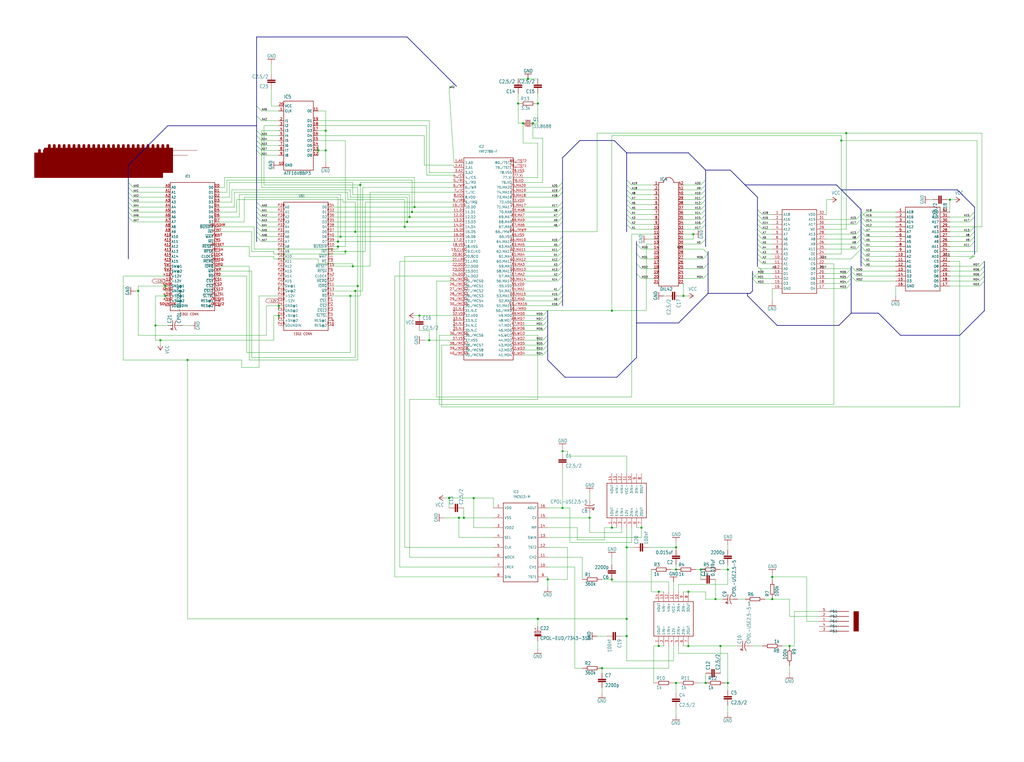
<source format=kicad_sch>
(kicad_sch (version 20211123) (generator eeschema)
  (paper "User" 527.126 392.582)
  (junction (at 368.3 308.61))
  (junction (at 314.96 298.45))
  (junction (at 209.55 114.3))
  (junction (at 322.58 318.77))
  (junction (at 143.51 157.48))
  (junction (at 143.51 162.56))
  (junction (at 175.26 121.92))
  (junction (at 354.33 332.74))
  (junction (at 303.53 266.7))
  (junction (at 167.64 77.47))
  (junction (at 271.78 40.64))
  (junction (at 213.36 106.68))
  (junction (at 289.56 261.62))
  (junction (at 397.51 297.18))
  (junction (at 370.84 332.74))
  (junction (at 181.61 137.16))
  (junction (at 177.8 129.54))
  (junction (at 276.86 53.34))
  (junction (at 322.58 327.66))
  (junction (at 231.14 256.54))
  (junction (at 488.95 102.87))
  (junction (at 347.98 293.37))
  (junction (at 173.99 124.46))
  (junction (at 351.79 152.4))
  (junction (at 322.58 281.94))
  (junction (at 185.42 95.25))
  (junction (at 309.88 344.17))
  (junction (at 236.22 266.7))
  (junction (at 339.09 304.8))
  (junction (at 374.65 351.79))
  (junction (at 167.64 67.31))
  (junction (at 212.09 109.22))
  (junction (at 281.94 298.45))
  (junction (at 182.88 119.38))
  (junction (at 180.34 152.4))
  (junction (at 347.98 281.94))
  (junction (at 71.12 149.86))
  (junction (at 354.33 304.8))
  (junction (at 269.24 63.5))
  (junction (at 80.01 167.64))
  (junction (at 220.98 175.26))
  (junction (at 374.65 293.37))
  (junction (at 356.87 120.65))
  (junction (at 173.99 127))
  (junction (at 85.09 147.32))
  (junction (at 96.52 185.42))
  (junction (at 238.76 266.7))
  (junction (at 406.4 332.74))
  (junction (at 210.82 111.76))
  (junction (at 163.83 77.47))
  (junction (at 363.22 351.79))
  (junction (at 289.56 232.41))
  (junction (at 330.2 271.78))
  (junction (at 314.96 271.78))
  (junction (at 433.07 72.39))
  (junction (at 266.7 53.34))
  (junction (at 435.61 68.58))
  (junction (at 82.55 175.26))
  (junction (at 347.98 351.79))
  (junction (at 215.9 162.56))
  (junction (at 208.28 116.84))
  (junction (at 339.09 332.74))
  (junction (at 276.86 318.77))
  (junction (at 397.51 308.61))
  (junction (at 274.32 63.5))
  (junction (at 243.84 256.54))
  (junction (at 314.96 160.02))
  (junction (at 184.15 147.32))
  (junction (at 85.09 152.4))
  (junction (at 360.68 293.37))
  (junction (at 182.88 149.86))
  (bus_entry (at 287.02 137.16) (size 2.54 -2.54))
  (bus_entry (at 287.02 152.4) (size 2.54 -2.54))
  (bus_entry (at 279.4 162.56) (size 2.54 -2.54))
  (bus_entry (at 392.43 130.81) (size -2.54 -2.54))
  (bus_entry (at 360.68 97.79) (size 2.54 -2.54))
  (bus_entry (at 392.43 110.49) (size -2.54 -2.54))
  (bus_entry (at 504.19 147.32) (size 2.54 -2.54))
  (bus_entry (at 392.43 123.19) (size -2.54 -2.54))
  (bus_entry (at 134.62 72.39) (size -2.54 -2.54))
  (bus_entry (at 360.68 102.87) (size 2.54 -2.54))
  (bus_entry (at 287.02 109.22) (size 2.54 -2.54))
  (bus_entry (at 435.61 146.05) (size 2.54 -2.54))
  (bus_entry (at 134.62 74.93) (size -2.54 -2.54))
  (bus_entry (at 392.43 118.11) (size -2.54 -2.54))
  (bus_entry (at 134.62 124.46) (size -2.54 -2.54))
  (bus_entry (at 134.62 109.22) (size -2.54 -2.54))
  (bus_entry (at 68.58 96.52) (size -2.54 -2.54))
  (bus_entry (at 445.77 127) (size -2.54 -2.54))
  (bus_entry (at 325.12 95.25) (size -2.54 -2.54))
  (bus_entry (at 287.02 134.62) (size 2.54 -2.54))
  (bus_entry (at 287.02 111.76) (size 2.54 -2.54))
  (bus_entry (at 361.95 138.43) (size 2.54 -2.54))
  (bus_entry (at 445.77 111.76) (size -2.54 -2.54))
  (bus_entry (at 499.11 127) (size 2.54 -2.54))
  (bus_entry (at 325.12 115.57) (size -2.54 -2.54))
  (bus_entry (at 440.69 123.19) (size 2.54 -2.54))
  (bus_entry (at 287.02 99.06) (size 2.54 -2.54))
  (bus_entry (at 287.02 149.86) (size 2.54 -2.54))
  (bus_entry (at 279.4 177.8) (size 2.54 -2.54))
  (bus_entry (at 392.43 120.65) (size -2.54 -2.54))
  (bus_entry (at 499.11 124.46) (size 2.54 -2.54))
  (bus_entry (at 499.11 114.3) (size 2.54 -2.54))
  (bus_entry (at 445.77 129.54) (size -2.54 -2.54))
  (bus_entry (at 392.43 133.35) (size -2.54 -2.54))
  (bus_entry (at 134.62 111.76) (size -2.54 -2.54))
  (bus_entry (at 360.68 110.49) (size 2.54 -2.54))
  (bus_entry (at 134.62 121.92) (size -2.54 -2.54))
  (bus_entry (at 440.69 115.57) (size 2.54 -2.54))
  (bus_entry (at 445.77 119.38) (size -2.54 -2.54))
  (bus_entry (at 68.58 104.14) (size -2.54 -2.54))
  (bus_entry (at 279.4 180.34) (size 2.54 -2.54))
  (bus_entry (at 68.58 99.06) (size -2.54 -2.54))
  (bus_entry (at 445.77 121.92) (size -2.54 -2.54))
  (bus_entry (at 134.62 80.01) (size -2.54 -2.54))
  (bus_entry (at 392.43 125.73) (size -2.54 -2.54))
  (bus_entry (at 287.02 142.24) (size 2.54 -2.54))
  (bus_entry (at 279.4 167.64) (size 2.54 -2.54))
  (bus_entry (at 287.02 154.94) (size 2.54 -2.54))
  (bus_entry (at 231.14 45.72) (size 2.54 -2.54))
  (bus_entry (at 504.19 144.78) (size 2.54 -2.54))
  (bus_entry (at 361.95 128.27) (size 2.54 2.54))
  (bus_entry (at 392.43 115.57) (size -2.54 -2.54))
  (bus_entry (at 325.12 118.11) (size -2.54 -2.54))
  (bus_entry (at 445.77 116.84) (size -2.54 -2.54))
  (bus_entry (at 361.95 133.35) (size 2.54 -2.54))
  (bus_entry (at 440.69 113.03) (size 2.54 -2.54))
  (bus_entry (at 499.11 121.92) (size 2.54 -2.54))
  (bus_entry (at 440.69 144.78) (size -2.54 -2.54))
  (bus_entry (at 435.61 143.51) (size 2.54 -2.54))
  (bus_entry (at 325.12 100.33) (size -2.54 -2.54))
  (bus_entry (at 68.58 111.76) (size -2.54 -2.54))
  (bus_entry (at 440.69 128.27) (size 2.54 -2.54))
  (bus_entry (at 389.89 140.97) (size -2.54 2.54))
  (bus_entry (at 440.69 125.73) (size 2.54 -2.54))
  (bus_entry (at 68.58 101.6) (size -2.54 -2.54))
  (bus_entry (at 504.19 139.7) (size 2.54 -2.54))
  (bus_entry (at 440.69 120.65) (size 2.54 -2.54))
  (bus_entry (at 287.02 124.46) (size 2.54 -2.54))
  (bus_entry (at 445.77 124.46) (size -2.54 -2.54))
  (bus_entry (at 134.62 114.3) (size -2.54 -2.54))
  (bus_entry (at 134.62 69.85) (size -2.54 -2.54))
  (bus_entry (at 134.62 116.84) (size -2.54 -2.54))
  (bus_entry (at 389.89 146.05) (size -2.54 -2.54))
  (bus_entry (at 392.43 139.7) (size -2.54 -2.54))
  (bus_entry (at 325.12 97.79) (size -2.54 -2.54))
  (bus_entry (at 504.19 137.16) (size 2.54 -2.54))
  (bus_entry (at 134.62 62.23) (size -2.54 -2.54))
  (bus_entry (at 287.02 96.52) (size 2.54 -2.54))
  (bus_entry (at 445.77 137.16) (size -2.54 -2.54))
  (bus_entry (at 287.02 106.68) (size 2.54 -2.54))
  (bus_entry (at 392.43 113.03) (size -2.54 -2.54))
  (bus_entry (at 330.2 133.35) (size -2.54 -2.54))
  (bus_entry (at 287.02 101.6) (size 2.54 -2.54))
  (bus_entry (at 68.58 114.3) (size -2.54 -2.54))
  (bus_entry (at 445.77 109.22) (size -2.54 2.54))
  (bus_entry (at 287.02 132.08) (size 2.54 -2.54))
  (bus_entry (at 360.68 95.25) (size 2.54 -2.54))
  (bus_entry (at 330.2 128.27) (size -2.54 -2.54))
  (bus_entry (at 134.62 77.47) (size -2.54 -2.54))
  (bus_entry (at 360.68 100.33) (size 2.54 -2.54))
  (bus_entry (at 360.68 105.41) (size 2.54 -2.54))
  (bus_entry (at 360.68 118.11) (size 2.54 -2.54))
  (bus_entry (at 330.2 143.51) (size -2.54 -2.54))
  (bus_entry (at 330.2 138.43) (size -2.54 -2.54))
  (bus_entry (at 499.11 133.35) (size 2.54 -2.54))
  (bus_entry (at 325.12 110.49) (size -2.54 -2.54))
  (bus_entry (at 445.77 132.08) (size -2.54 -2.54))
  (bus_entry (at 360.68 113.03) (size 2.54 -2.54))
  (bus_entry (at 440.69 142.24) (size -2.54 -2.54))
  (bus_entry (at 279.4 165.1) (size 2.54 -2.54))
  (bus_entry (at 287.02 139.7) (size 2.54 -2.54))
  (bus_entry (at 435.61 148.59) (size 2.54 -2.54))
  (bus_entry (at 360.68 107.95) (size 2.54 -2.54))
  (bus_entry (at 287.02 157.48) (size 2.54 -2.54))
  (bus_entry (at 445.77 134.62) (size -2.54 -2.54))
  (bus_entry (at 360.68 125.73) (size 2.54 -2.54))
  (bus_entry (at 389.89 143.51) (size -2.54 -2.54))
  (bus_entry (at 499.11 111.76) (size 2.54 -2.54))
  (bus_entry (at 325.12 113.03) (size -2.54 -2.54))
  (bus_entry (at 134.62 119.38) (size -2.54 -2.54))
  (bus_entry (at 325.12 102.87) (size -2.54 -2.54))
  (bus_entry (at 325.12 105.41) (size -2.54 -2.54))
  (bus_entry (at 440.69 130.81) (size 2.54 -2.54))
  (bus_entry (at 360.68 115.57) (size 2.54 -2.54))
  (bus_entry (at 445.77 114.3) (size -2.54 -2.54))
  (bus_entry (at 279.4 175.26) (size 2.54 -2.54))
  (bus_entry (at 287.02 127) (size 2.54 -2.54))
  (bus_entry (at 287.02 116.84) (size 2.54 -2.54))
  (bus_entry (at 392.43 128.27) (size -2.54 -2.54))
  (bus_entry (at 325.12 107.95) (size -2.54 -2.54))
  (bus_entry (at 68.58 106.68) (size -2.54 -2.54))
  (bus_entry (at 504.19 142.24) (size 2.54 -2.54))
  (bus_entry (at 279.4 182.88) (size 2.54 -2.54))
  (bus_entry (at 361.95 143.51) (size 2.54 -2.54))
  (bus_entry (at 279.4 170.18) (size 2.54 -2.54))
  (bus_entry (at 287.02 129.54) (size 2.54 -2.54))
  (bus_entry (at 134.62 57.15) (size -2.54 -2.54))
  (bus_entry (at 68.58 109.22) (size -2.54 -2.54))
  (bus_entry (at 499.11 119.38) (size 2.54 -2.54))
  (bus_entry (at 287.02 114.3) (size 2.54 -2.54))
  (bus_entry (at 134.62 106.68) (size -2.54 -2.54))
  (bus_entry (at 435.61 140.97) (size 2.54 -2.54))
  (bus_entry (at 392.43 135.89) (size -2.54 -2.54))
  (bus_entry (at 287.02 144.78) (size 2.54 -2.54))
  (bus_entry (at 440.69 139.7) (size -2.54 -2.54))
  (wire (pts (xy 233.68 119.38) (xy 182.88 119.38)))
  (wire (pts (xy 269.24 154.94) (xy 287.02 154.94)))
  (wire (pts (xy 345.44 293.37) (xy 347.98 293.37)))
  (wire (pts (xy 215.9 170.18) (xy 220.98 170.18)))
  (bus (pts (xy 289.56 157.48) (xy 289.56 154.94)))
  (wire (pts (xy 327.66 271.78) (xy 330.2 271.78)))
  (bus (pts (xy 209.55 19.05) (xy 233.68 43.18)))
  (wire (pts (xy 143.51 162.56) (xy 143.51 165.1)))
  (wire (pts (xy 269.24 142.24) (xy 287.02 142.24)))
  (wire (pts (xy 243.84 271.78) (xy 243.84 256.54)))
  (wire (pts (xy 233.68 124.46) (xy 173.99 124.46)))
  (bus (pts (xy 289.56 124.46) (xy 289.56 121.92)))
  (wire (pts (xy 281.94 160.02) (xy 314.96 160.02)))
  (bus (pts (xy 289.56 96.52) (xy 289.56 93.98)))
  (wire (pts (xy 212.09 109.22) (xy 171.45 109.22)))
  (bus (pts (xy 501.65 111.76) (xy 501.65 116.84)))
  (wire (pts (xy 368.3 308.61) (xy 372.11 308.61)))
  (bus (pts (xy 66.04 109.22) (xy 66.04 111.76)))
  (wire (pts (xy 303.53 254) (xy 303.53 256.54)))
  (wire (pts (xy 233.68 162.56) (xy 215.9 162.56)))
  (wire (pts (xy 269.24 137.16) (xy 287.02 137.16)))
  (wire (pts (xy 322.58 327.66) (xy 322.58 340.36)))
  (wire (pts (xy 351.79 107.95) (xy 360.68 107.95)))
  (wire (pts (xy 115.57 91.44) (xy 213.36 91.44)))
  (bus (pts (xy 438.15 138.43) (xy 438.15 137.16)))
  (wire (pts (xy 281.94 281.94) (xy 292.1 281.94)))
  (wire (pts (xy 167.64 83.82) (xy 167.64 77.47)))
  (wire (pts (xy 297.18 278.13) (xy 297.18 271.78)))
  (wire (pts (xy 231.14 256.54) (xy 243.84 256.54)))
  (wire (pts (xy 336.55 128.27) (xy 330.2 128.27)))
  (wire (pts (xy 281.94 261.62) (xy 289.56 261.62)))
  (wire (pts (xy 171.45 116.84) (xy 208.28 116.84)))
  (wire (pts (xy 397.51 308.61) (xy 406.4 308.61)))
  (wire (pts (xy 226.06 172.72) (xy 226.06 208.28)))
  (wire (pts (xy 397.51 110.49) (xy 392.43 110.49)))
  (wire (pts (xy 143.51 74.93) (xy 134.62 74.93)))
  (wire (pts (xy 113.03 106.68) (xy 120.65 106.68)))
  (wire (pts (xy 269.24 182.88) (xy 279.4 182.88)))
  (bus (pts (xy 66.04 111.76) (xy 66.04 133.35)))
  (wire (pts (xy 425.45 115.57) (xy 440.69 115.57)))
  (wire (pts (xy 190.5 99.06) (xy 233.68 99.06)))
  (wire (pts (xy 266.7 40.64) (xy 271.78 40.64)))
  (wire (pts (xy 186.69 96.52) (xy 233.68 96.52)))
  (wire (pts (xy 269.24 93.98) (xy 279.4 93.98)))
  (wire (pts (xy 171.45 152.4) (xy 180.34 152.4)))
  (wire (pts (xy 185.42 152.4) (xy 185.42 95.25)))
  (wire (pts (xy 330.2 271.78) (xy 330.2 276.86)))
  (wire (pts (xy 220.98 175.26) (xy 218.44 175.26)))
  (wire (pts (xy 370.84 346.71) (xy 370.84 332.74)))
  (wire (pts (xy 205.74 134.62) (xy 205.74 292.1)))
  (wire (pts (xy 309.88 298.45) (xy 314.96 298.45)))
  (bus (pts (xy 364.49 151.13) (xy 384.81 151.13)))
  (bus (pts (xy 363.22 123.19) (xy 363.22 127)))
  (wire (pts (xy 279.4 93.98) (xy 279.4 71.12)))
  (wire (pts (xy 309.88 344.17) (xy 309.88 346.71)))
  (wire (pts (xy 295.91 344.17) (xy 299.72 344.17)))
  (bus (pts (xy 132.08 106.68) (xy 132.08 104.14)))
  (wire (pts (xy 82.55 175.26) (xy 140.97 175.26)))
  (wire (pts (xy 113.03 137.16) (xy 128.27 137.16)))
  (bus (pts (xy 322.58 97.79) (xy 322.58 100.33)))
  (wire (pts (xy 180.34 101.6) (xy 209.55 101.6)))
  (wire (pts (xy 336.55 97.79) (xy 325.12 97.79)))
  (wire (pts (xy 163.83 62.23) (xy 220.98 62.23)))
  (wire (pts (xy 322.58 318.77) (xy 322.58 327.66)))
  (bus (pts (xy 494.03 172.72) (xy 506.73 160.02)))
  (wire (pts (xy 113.03 101.6) (xy 118.11 101.6)))
  (wire (pts (xy 63.5 142.24) (xy 63.5 185.42)))
  (wire (pts (xy 281.94 266.7) (xy 303.53 266.7)))
  (wire (pts (xy 134.62 77.47) (xy 134.62 74.93)))
  (wire (pts (xy 351.79 138.43) (xy 361.95 138.43)))
  (wire (pts (xy 281.94 287.02) (xy 299.72 287.02)))
  (wire (pts (xy 219.71 64.77) (xy 219.71 90.17)))
  (bus (pts (xy 327.66 140.97) (xy 327.66 135.89)))
  (wire (pts (xy 488.95 147.32) (xy 504.19 147.32)))
  (wire (pts (xy 269.24 91.44) (xy 276.86 91.44)))
  (wire (pts (xy 347.98 283.21) (xy 347.98 281.94)))
  (wire (pts (xy 143.51 121.92) (xy 134.62 121.92)))
  (wire (pts (xy 143.51 119.38) (xy 134.62 119.38)))
  (wire (pts (xy 113.03 116.84) (xy 130.81 116.84)))
  (wire (pts (xy 116.84 92.71) (xy 212.09 92.71)))
  (wire (pts (xy 326.39 281.94) (xy 322.58 281.94)))
  (bus (pts (xy 384.81 151.13) (xy 384.81 152.4)))
  (wire (pts (xy 171.45 121.92) (xy 175.26 121.92)))
  (bus (pts (xy 506.73 144.78) (xy 506.73 142.24)))
  (bus (pts (xy 430.53 95.25) (xy 433.07 97.79)))
  (bus (pts (xy 281.94 180.34) (xy 281.94 185.42)))
  (wire (pts (xy 269.24 119.38) (xy 307.34 119.38)))
  (bus (pts (xy 233.68 43.18) (xy 234.95 44.45)))
  (wire (pts (xy 85.09 147.32) (xy 85.09 149.86)))
  (bus (pts (xy 501.65 124.46) (xy 501.65 130.81)))
  (wire (pts (xy 461.01 144.78) (xy 440.69 144.78)))
  (wire (pts (xy 351.79 125.73) (xy 360.68 125.73)))
  (bus (pts (xy 66.04 99.06) (xy 66.04 101.6)))
  (wire (pts (xy 63.5 185.42) (xy 96.52 185.42)))
  (wire (pts (xy 213.36 91.44) (xy 213.36 106.68)))
  (wire (pts (xy 171.45 137.16) (xy 181.61 137.16)))
  (wire (pts (xy 130.81 116.84) (xy 130.81 128.27)))
  (bus (pts (xy 327.66 166.37) (xy 349.25 166.37)))
  (wire (pts (xy 269.24 109.22) (xy 287.02 109.22)))
  (wire (pts (xy 71.12 147.32) (xy 71.12 149.86)))
  (wire (pts (xy 71.12 172.72) (xy 137.16 172.72)))
  (wire (pts (xy 325.12 279.4) (xy 293.37 279.4)))
  (wire (pts (xy 276.86 73.66) (xy 269.24 73.66)))
  (wire (pts (xy 397.51 298.45) (xy 397.51 297.18)))
  (wire (pts (xy 276.86 318.77) (xy 96.52 318.77)))
  (wire (pts (xy 113.03 104.14) (xy 119.38 104.14)))
  (wire (pts (xy 113.03 99.06) (xy 116.84 99.06)))
  (bus (pts (xy 364.49 135.89) (xy 364.49 130.81)))
  (wire (pts (xy 346.71 351.79) (xy 347.98 351.79)))
  (wire (pts (xy 269.24 96.52) (xy 287.02 96.52)))
  (bus (pts (xy 281.94 175.26) (xy 281.94 177.8)))
  (wire (pts (xy 488.95 142.24) (xy 504.19 142.24)))
  (wire (pts (xy 231.14 261.62) (xy 231.14 256.54)))
  (wire (pts (xy 129.54 184.15) (xy 182.88 184.15)))
  (wire (pts (xy 163.83 80.01) (xy 163.83 77.47)))
  (wire (pts (xy 347.98 364.49) (xy 347.98 368.3)))
  (wire (pts (xy 281.94 292.1) (xy 295.91 292.1)))
  (wire (pts (xy 181.61 93.98) (xy 181.61 100.33)))
  (wire (pts (xy 488.95 116.84) (xy 501.65 116.84)))
  (wire (pts (xy 140.97 133.35) (xy 163.83 133.35)))
  (bus (pts (xy 501.65 109.22) (xy 501.65 111.76)))
  (wire (pts (xy 351.79 143.51) (xy 361.95 143.51)))
  (wire (pts (xy 351.79 95.25) (xy 360.68 95.25)))
  (wire (pts (xy 269.24 134.62) (xy 287.02 134.62)))
  (wire (pts (xy 71.12 149.86) (xy 71.12 172.72)))
  (bus (pts (xy 322.58 115.57) (xy 322.58 119.38)))
  (bus (pts (xy 363.22 105.41) (xy 363.22 107.95)))
  (wire (pts (xy 181.61 100.33) (xy 210.82 100.33)))
  (wire (pts (xy 336.55 100.33) (xy 325.12 100.33)))
  (wire (pts (xy 129.54 119.38) (xy 129.54 129.54)))
  (wire (pts (xy 171.45 106.68) (xy 213.36 106.68)))
  (wire (pts (xy 314.96 160.02) (xy 314.96 69.85)))
  (wire (pts (xy 123.19 111.76) (xy 123.19 100.33)))
  (wire (pts (xy 233.68 109.22) (xy 212.09 109.22)))
  (bus (pts (xy 463.55 172.72) (xy 494.03 172.72)))
  (wire (pts (xy 344.17 304.8) (xy 344.17 299.72)))
  (bus (pts (xy 387.35 143.51) (xy 387.35 140.97)))
  (wire (pts (xy 233.68 90.17) (xy 233.68 91.44)))
  (wire (pts (xy 363.22 308.61) (xy 368.3 308.61)))
  (wire (pts (xy 297.18 278.13) (xy 311.15 278.13)))
  (wire (pts (xy 179.07 102.87) (xy 208.28 102.87)))
  (wire (pts (xy 233.68 85.09) (xy 233.68 86.36)))
  (wire (pts (xy 182.88 104.14) (xy 182.88 119.38)))
  (wire (pts (xy 314.96 160.02) (xy 332.74 160.02)))
  (bus (pts (xy 386.08 151.13) (xy 387.35 149.86)))
  (wire (pts (xy 137.16 172.72) (xy 137.16 157.48)))
  (wire (pts (xy 374.65 293.37) (xy 374.65 290.83)))
  (wire (pts (xy 208.28 281.94) (xy 254 281.94)))
  (wire (pts (xy 269.24 170.18) (xy 279.4 170.18)))
  (wire (pts (xy 269.24 152.4) (xy 287.02 152.4)))
  (wire (pts (xy 359.41 351.79) (xy 363.22 351.79)))
  (bus (pts (xy 501.65 119.38) (xy 501.65 121.92)))
  (wire (pts (xy 325.12 204.47) (xy 325.12 120.65)))
  (wire (pts (xy 374.65 336.55) (xy 374.65 351.79)))
  (bus (pts (xy 281.94 165.1) (xy 281.94 167.64)))
  (wire (pts (xy 143.51 147.32) (xy 143.51 149.86)))
  (wire (pts (xy 322.58 281.94) (xy 322.58 318.77)))
  (wire (pts (xy 143.51 62.23) (xy 134.62 62.23)))
  (wire (pts (xy 233.68 114.3) (xy 209.55 114.3)))
  (wire (pts (xy 421.64 314.96) (xy 408.94 314.96)))
  (bus (pts (xy 443.23 128.27) (xy 443.23 129.54)))
  (wire (pts (xy 336.55 105.41) (xy 325.12 105.41)))
  (wire (pts (xy 269.24 101.6) (xy 287.02 101.6)))
  (bus (pts (xy 443.23 129.54) (xy 443.23 132.08)))
  (bus (pts (xy 363.22 95.25) (xy 363.22 97.79)))
  (wire (pts (xy 185.42 93.98) (xy 185.42 95.25)))
  (wire (pts (xy 175.26 121.92) (xy 233.68 121.92)))
  (wire (pts (xy 368.3 298.45) (xy 368.3 308.61)))
  (wire (pts (xy 85.09 109.22) (xy 68.58 109.22)))
  (wire (pts (xy 336.55 115.57) (xy 325.12 115.57)))
  (bus (pts (xy 322.58 78.74) (xy 322.58 92.71)))
  (wire (pts (xy 113.03 119.38) (xy 129.54 119.38)))
  (wire (pts (xy 190.5 137.16) (xy 190.5 99.06)))
  (wire (pts (xy 320.04 327.66) (xy 322.58 327.66)))
  (wire (pts (xy 307.34 68.58) (xy 435.61 68.58)))
  (bus (pts (xy 132.08 119.38) (xy 132.08 116.84)))
  (wire (pts (xy 461.01 142.24) (xy 440.69 142.24)))
  (wire (pts (xy 113.03 127) (xy 128.27 127)))
  (bus (pts (xy 438.15 161.29) (xy 452.12 161.29)))
  (wire (pts (xy 314.96 69.85) (xy 433.07 69.85)))
  (wire (pts (xy 276.86 40.64) (xy 271.78 40.64)))
  (wire (pts (xy 140.97 132.08) (xy 140.97 133.35)))
  (wire (pts (xy 461.01 121.92) (xy 445.77 121.92)))
  (wire (pts (xy 184.15 147.32) (xy 184.15 96.52)))
  (wire (pts (xy 351.79 133.35) (xy 361.95 133.35)))
  (bus (pts (xy 389.89 120.65) (xy 389.89 123.19)))
  (wire (pts (xy 311.15 271.78) (xy 314.96 271.78)))
  (bus (pts (xy 132.08 59.69) (xy 132.08 54.61)))
  (wire (pts (xy 269.24 144.78) (xy 287.02 144.78)))
  (wire (pts (xy 314.96 290.83) (xy 314.96 287.02)))
  (bus (pts (xy 289.56 129.54) (xy 289.56 127)))
  (wire (pts (xy 480.06 102.87) (xy 478.79 102.87)))
  (wire (pts (xy 461.01 139.7) (xy 440.69 139.7)))
  (wire (pts (xy 269.24 73.66) (xy 269.24 63.5)))
  (wire (pts (xy 425.45 128.27) (xy 440.69 128.27)))
  (bus (pts (xy 66.04 85.09) (xy 66.04 93.98)))
  (bus (pts (xy 66.04 106.68) (xy 66.04 109.22)))
  (wire (pts (xy 175.26 100.33) (xy 175.26 121.92)))
  (wire (pts (xy 309.88 356.87) (xy 309.88 354.33)))
  (wire (pts (xy 182.88 184.15) (xy 182.88 149.86)))
  (bus (pts (xy 383.54 95.25) (xy 389.89 101.6)))
  (wire (pts (xy 219.71 90.17) (xy 233.68 90.17)))
  (wire (pts (xy 374.65 363.22) (xy 374.65 367.03)))
  (bus (pts (xy 327.66 166.37) (xy 327.66 140.97)))
  (wire (pts (xy 349.25 300.99) (xy 374.65 300.99)))
  (bus (pts (xy 322.58 92.71) (xy 322.58 95.25)))
  (wire (pts (xy 397.51 115.57) (xy 392.43 115.57)))
  (wire (pts (xy 212.09 92.71) (xy 212.09 109.22)))
  (wire (pts (xy 163.83 74.93) (xy 163.83 77.47)))
  (wire (pts (xy 269.24 149.86) (xy 287.02 149.86)))
  (wire (pts (xy 218.44 69.85) (xy 218.44 85.09)))
  (wire (pts (xy 167.64 77.47) (xy 163.83 77.47)))
  (wire (pts (xy 307.34 119.38) (xy 307.34 68.58)))
  (wire (pts (xy 276.86 334.01) (xy 276.86 330.2)))
  (wire (pts (xy 269.24 63.5) (xy 266.7 63.5)))
  (bus (pts (xy 389.89 130.81) (xy 389.89 133.35)))
  (bus (pts (xy 281.94 160.02) (xy 281.94 162.56)))
  (wire (pts (xy 341.63 332.74) (xy 339.09 332.74)))
  (wire (pts (xy 120.65 106.68) (xy 120.65 99.06)))
  (wire (pts (xy 425.45 125.73) (xy 440.69 125.73)))
  (wire (pts (xy 429.26 208.28) (xy 429.26 135.89)))
  (bus (pts (xy 438.15 146.05) (xy 438.15 143.51)))
  (wire (pts (xy 233.68 177.8) (xy 227.33 177.8)))
  (bus (pts (xy 363.22 92.71) (xy 363.22 95.25)))
  (wire (pts (xy 397.51 143.51) (xy 389.89 143.51)))
  (wire (pts (xy 209.55 101.6) (xy 209.55 114.3)))
  (wire (pts (xy 334.01 281.94) (xy 347.98 281.94)))
  (wire (pts (xy 402.59 332.74) (xy 406.4 332.74)))
  (wire (pts (xy 461.01 109.22) (xy 445.77 109.22)))
  (wire (pts (xy 415.29 320.04) (xy 415.29 297.18)))
  (bus (pts (xy 66.04 93.98) (xy 66.04 96.52)))
  (wire (pts (xy 143.51 124.46) (xy 134.62 124.46)))
  (wire (pts (xy 143.51 77.47) (xy 134.62 77.47)))
  (wire (pts (xy 125.73 114.3) (xy 125.73 101.6)))
  (bus (pts (xy 66.04 96.52) (xy 66.04 99.06)))
  (bus (pts (xy 389.89 110.49) (xy 389.89 113.03)))
  (wire (pts (xy 269.24 129.54) (xy 287.02 129.54)))
  (wire (pts (xy 80.01 175.26) (xy 82.55 175.26)))
  (bus (pts (xy 433.07 97.79) (xy 443.23 107.95)))
  (wire (pts (xy 336.55 133.35) (xy 330.2 133.35)))
  (wire (pts (xy 208.28 116.84) (xy 233.68 116.84)))
  (wire (pts (xy 215.9 162.56) (xy 213.36 162.56)))
  (bus (pts (xy 438.15 161.29) (xy 438.15 146.05)))
  (wire (pts (xy 425.45 120.65) (xy 440.69 120.65)))
  (wire (pts (xy 140.97 130.81) (xy 177.8 130.81)))
  (wire (pts (xy 119.38 97.79) (xy 180.34 97.79)))
  (wire (pts (xy 336.55 143.51) (xy 330.2 143.51)))
  (wire (pts (xy 224.79 204.47) (xy 325.12 204.47)))
  (wire (pts (xy 461.01 127) (xy 445.77 127)))
  (bus (pts (xy 443.23 134.62) (xy 443.23 137.16)))
  (wire (pts (xy 171.45 149.86) (xy 182.88 149.86)))
  (wire (pts (xy 391.16 138.43) (xy 392.43 139.7)))
  (wire (pts (xy 425.45 146.05) (xy 435.61 146.05)))
  (wire (pts (xy 203.2 142.24) (xy 203.2 297.18)))
  (wire (pts (xy 269.24 172.72) (xy 276.86 172.72)))
  (bus (pts (xy 316.23 72.39) (xy 322.58 78.74)))
  (wire (pts (xy 96.52 318.77) (xy 96.52 185.42)))
  (wire (pts (xy 322.58 340.36) (xy 346.71 340.36)))
  (bus (pts (xy 501.65 116.84) (xy 501.65 119.38)))
  (wire (pts (xy 85.09 137.16) (xy 85.09 139.7)))
  (wire (pts (xy 406.4 308.61) (xy 406.4 317.5)))
  (bus (pts (xy 132.08 104.14) (xy 132.08 77.47)))
  (wire (pts (xy 461.01 137.16) (xy 445.77 137.16)))
  (bus (pts (xy 443.23 125.73) (xy 443.23 127)))
  (wire (pts (xy 116.84 99.06) (xy 116.84 92.71)))
  (wire (pts (xy 85.09 142.24) (xy 63.5 142.24)))
  (wire (pts (xy 113.03 139.7) (xy 129.54 139.7)))
  (bus (pts (xy 443.23 118.11) (xy 443.23 119.38)))
  (wire (pts (xy 351.79 120.65) (xy 356.87 120.65)))
  (wire (pts (xy 289.56 233.68) (xy 289.56 232.41)))
  (bus (pts (xy 322.58 102.87) (xy 322.58 105.41)))
  (bus (pts (xy 383.54 95.25) (xy 430.53 95.25)))
  (bus (pts (xy 389.89 123.19) (xy 389.89 125.73)))
  (bus (pts (xy 492.76 97.79) (xy 501.65 106.68)))
  (wire (pts (xy 488.95 124.46) (xy 499.11 124.46)))
  (wire (pts (xy 124.46 185.42) (xy 124.46 189.23)))
  (wire (pts (xy 254 271.78) (xy 243.84 271.78)))
  (wire (pts (xy 363.22 304.8) (xy 363.22 308.61)))
  (wire (pts (xy 80.01 152.4) (xy 80.01 167.64)))
  (wire (pts (xy 129.54 139.7) (xy 129.54 184.15)))
  (wire (pts (xy 276.86 63.5) (xy 276.86 53.34)))
  (wire (pts (xy 163.83 57.15) (xy 167.64 57.15)))
  (wire (pts (xy 425.45 138.43) (xy 438.15 138.43)))
  (wire (pts (xy 269.24 99.06) (xy 287.02 99.06)))
  (wire (pts (xy 80.01 167.64) (xy 80.01 175.26)))
  (wire (pts (xy 351.79 100.33) (xy 360.68 100.33)))
  (wire (pts (xy 115.57 96.52) (xy 115.57 91.44)))
  (wire (pts (xy 139.7 45.72) (xy 139.7 54.61)))
  (wire (pts (xy 341.63 152.4) (xy 342.9 152.4)))
  (bus (pts (xy 132.08 19.05) (xy 209.55 19.05)))
  (wire (pts (xy 121.92 109.22) (xy 121.92 102.87)))
  (bus (pts (xy 506.73 142.24) (xy 506.73 139.7)))
  (wire (pts (xy 233.68 172.72) (xy 226.06 172.72)))
  (wire (pts (xy 134.62 96.52) (xy 134.62 80.01)))
  (wire (pts (xy 488.95 129.54) (xy 502.92 129.54)))
  (wire (pts (xy 336.55 332.74) (xy 339.09 332.74)))
  (wire (pts (xy 397.51 120.65) (xy 392.43 120.65)))
  (wire (pts (xy 336.55 123.19) (xy 334.01 123.19)))
  (wire (pts (xy 488.95 111.76) (xy 499.11 111.76)))
  (wire (pts (xy 276.86 205.74) (xy 210.82 205.74)))
  (bus (pts (xy 289.56 104.14) (xy 289.56 99.06)))
  (bus (pts (xy 349.25 166.37) (xy 364.49 151.13)))
  (bus (pts (xy 322.58 107.95) (xy 322.58 110.49)))
  (wire (pts (xy 163.83 135.89) (xy 181.61 135.89)))
  (wire (pts (xy 133.35 189.23) (xy 133.35 152.4)))
  (wire (pts (xy 184.15 185.42) (xy 184.15 147.32)))
  (wire (pts (xy 254 256.54) (xy 254 261.62)))
  (wire (pts (xy 397.51 135.89) (xy 392.43 135.89)))
  (wire (pts (xy 210.82 205.74) (xy 210.82 287.02)))
  (bus (pts (xy 289.56 154.94) (xy 289.56 152.4)))
  (bus (pts (xy 132.08 72.39) (xy 132.08 69.85)))
  (wire (pts (xy 461.01 116.84) (xy 445.77 116.84)))
  (wire (pts (xy 186.69 149.86) (xy 186.69 96.52)))
  (wire (pts (xy 269.24 180.34) (xy 279.4 180.34)))
  (wire (pts (xy 182.88 149.86) (xy 186.69 149.86)))
  (wire (pts (xy 374.65 351.79) (xy 374.65 355.6)))
  (wire (pts (xy 336.55 138.43) (xy 330.2 138.43)))
  (wire (pts (xy 488.95 121.92) (xy 499.11 121.92)))
  (bus (pts (xy 384.81 152.4) (xy 400.05 167.64)))
  (wire (pts (xy 433.07 72.39) (xy 433.07 130.81)))
  (bus (pts (xy 289.56 149.86) (xy 289.56 147.32)))
  (wire (pts (xy 292.1 281.94) (xy 292.1 298.45)))
  (bus (pts (xy 86.36 64.77) (xy 66.04 85.09)))
  (bus (pts (xy 389.89 113.03) (xy 389.89 115.57)))
  (wire (pts (xy 139.7 54.61) (xy 143.51 54.61)))
  (wire (pts (xy 351.79 128.27) (xy 361.95 128.27)))
  (wire (pts (xy 134.62 80.01) (xy 134.62 77.47)))
  (wire (pts (xy 176.53 104.14) (xy 182.88 104.14)))
  (bus (pts (xy 443.23 124.46) (xy 443.23 125.73)))
  (wire (pts (xy 269.24 116.84) (xy 287.02 116.84)))
  (wire (pts (xy 325.12 279.4) (xy 325.12 271.78)))
  (wire (pts (xy 173.99 124.46) (xy 171.45 124.46)))
  (wire (pts (xy 351.79 152.4) (xy 354.33 152.4)))
  (wire (pts (xy 351.79 105.41) (xy 360.68 105.41)))
  (wire (pts (xy 435.61 118.11) (xy 425.45 118.11)))
  (bus (pts (xy 389.89 101.6) (xy 389.89 107.95)))
  (wire (pts (xy 119.38 104.14) (xy 119.38 97.79)))
  (bus (pts (xy 132.08 69.85) (xy 132.08 67.31)))
  (wire (pts (xy 205.74 292.1) (xy 254 292.1)))
  (wire (pts (xy 233.68 175.26) (xy 220.98 175.26)))
  (wire (pts (xy 127 181.61) (xy 180.34 181.61)))
  (wire (pts (xy 427.99 102.87) (xy 425.45 102.87)))
  (bus (pts (xy 443.23 116.84) (xy 443.23 118.11)))
  (wire (pts (xy 347.98 351.79) (xy 349.25 351.79)))
  (bus (pts (xy 132.08 114.3) (xy 132.08 111.76)))
  (wire (pts (xy 163.83 133.35) (xy 163.83 135.89)))
  (bus (pts (xy 298.45 72.39) (xy 316.23 72.39)))
  (wire (pts (xy 208.28 102.87) (xy 208.28 116.84)))
  (bus (pts (xy 387.35 149.86) (xy 387.35 143.51)))
  (bus (pts (xy 363.22 110.49) (xy 363.22 113.03)))
  (bus (pts (xy 506.73 160.02) (xy 506.73 144.78)))
  (wire (pts (xy 299.72 287.02) (xy 299.72 298.45)))
  (wire (pts (xy 133.35 152.4) (xy 143.51 152.4)))
  (wire (pts (xy 425.45 110.49) (xy 425.45 102.87)))
  (wire (pts (xy 351.79 146.05) (xy 351.79 152.4)))
  (wire (pts (xy 502.92 129.54) (xy 502.92 72.39)))
  (wire (pts (xy 85.09 152.4) (xy 80.01 152.4)))
  (wire (pts (xy 124.46 189.23) (xy 133.35 189.23)))
  (wire (pts (xy 351.79 110.49) (xy 360.68 110.49)))
  (bus (pts (xy 289.56 109.22) (xy 289.56 106.68)))
  (bus (pts (xy 363.22 100.33) (xy 363.22 102.87)))
  (bus (pts (xy 389.89 133.35) (xy 389.89 137.16)))
  (wire (pts (xy 163.83 69.85) (xy 218.44 69.85)))
  (wire (pts (xy 501.65 132.08) (xy 499.11 133.35)))
  (bus (pts (xy 281.94 162.56) (xy 281.94 165.1)))
  (wire (pts (xy 143.51 72.39) (xy 134.62 72.39)))
  (bus (pts (xy 322.58 100.33) (xy 322.58 102.87)))
  (bus (pts (xy 132.08 67.31) (xy 132.08 64.77)))
  (wire (pts (xy 226.06 208.28) (xy 429.26 208.28)))
  (wire (pts (xy 173.99 128.27) (xy 173.99 127)))
  (wire (pts (xy 276.86 172.72) (xy 276.86 205.74)))
  (bus (pts (xy 506.73 139.7) (xy 506.73 137.16)))
  (wire (pts (xy 425.45 140.97) (xy 435.61 140.97)))
  (wire (pts (xy 429.26 135.89) (xy 425.45 135.89)))
  (bus (pts (xy 443.23 113.03) (xy 443.23 114.3)))
  (wire (pts (xy 488.95 119.38) (xy 499.11 119.38)))
  (wire (pts (xy 134.62 74.93) (xy 134.62 72.39)))
  (wire (pts (xy 128.27 132.08) (xy 140.97 132.08)))
  (wire (pts (xy 266.7 53.34) (xy 266.7 48.26)))
  (wire (pts (xy 140.97 162.56) (xy 143.51 162.56)))
  (wire (pts (xy 140.97 175.26) (xy 140.97 162.56)))
  (wire (pts (xy 224.79 144.78) (xy 224.79 204.47)))
  (wire (pts (xy 488.95 137.16) (xy 504.19 137.16)))
  (wire (pts (xy 351.79 115.57) (xy 360.68 115.57)))
  (wire (pts (xy 435.61 68.58) (xy 435.61 118.11)))
  (bus (pts (xy 389.89 115.57) (xy 389.89 118.11)))
  (bus (pts (xy 443.23 123.19) (xy 443.23 124.46)))
  (wire (pts (xy 505.46 68.58) (xy 435.61 68.58)))
  (wire (pts (xy 322.58 271.78) (xy 322.58 281.94)))
  (wire (pts (xy 397.51 146.05) (xy 389.89 146.05)))
  (wire (pts (xy 461.01 111.76) (xy 445.77 111.76)))
  (wire (pts (xy 347.98 356.87) (xy 347.98 351.79)))
  (bus (pts (xy 289.56 152.4) (xy 289.56 149.86)))
  (wire (pts (xy 228.6 266.7) (xy 236.22 266.7)))
  (bus (pts (xy 443.23 114.3) (xy 443.23 116.84)))
  (wire (pts (xy 233.68 93.98) (xy 185.42 93.98)))
  (bus (pts (xy 132.08 109.22) (xy 132.08 106.68)))
  (wire (pts (xy 494.03 134.62) (xy 488.95 134.62)))
  (wire (pts (xy 505.46 116.84) (xy 505.46 68.58)))
  (bus (pts (xy 363.22 115.57) (xy 363.22 123.19)))
  (bus (pts (xy 363.22 87.63) (xy 363.22 92.71)))
  (bus (pts (xy 289.56 93.98) (xy 289.56 81.28)))
  (wire (pts (xy 227.33 177.8) (xy 227.33 209.55)))
  (wire (pts (xy 347.98 281.94) (xy 347.98 279.4)))
  (wire (pts (xy 309.88 344.17) (xy 344.17 344.17)))
  (wire (pts (xy 269.24 157.48) (xy 287.02 157.48)))
  (wire (pts (xy 370.84 293.37) (xy 374.65 293.37)))
  (wire (pts (xy 181.61 137.16) (xy 190.5 137.16)))
  (wire (pts (xy 128.27 137.16) (xy 128.27 185.42)))
  (wire (pts (xy 346.71 340.36) (xy 346.71 332.74)))
  (wire (pts (xy 274.32 63.5) (xy 276.86 63.5)))
  (wire (pts (xy 85.09 152.4) (xy 85.09 154.94)))
  (wire (pts (xy 425.45 148.59) (xy 435.61 148.59)))
  (wire (pts (xy 488.95 139.7) (xy 504.19 139.7)))
  (wire (pts (xy 461.01 114.3) (xy 445.77 114.3)))
  (wire (pts (xy 336.55 118.11) (xy 325.12 118.11)))
  (wire (pts (xy 135.89 64.77) (xy 143.51 64.77)))
  (wire (pts (xy 184.15 96.52) (xy 134.62 96.52)))
  (wire (pts (xy 210.82 100.33) (xy 210.82 111.76)))
  (bus (pts (xy 364.49 130.81) (xy 364.49 129.54)))
  (bus (pts (xy 290.83 194.31) (xy 317.5 194.31)))
  (wire (pts (xy 69.85 149.86) (xy 71.12 149.86)))
  (wire (pts (xy 397.51 154.94) (xy 397.51 148.59)))
  (wire (pts (xy 135.89 95.25) (xy 135.89 64.77)))
  (wire (pts (xy 344.17 299.72) (xy 314.96 299.72)))
  (wire (pts (xy 397.51 133.35) (xy 392.43 133.35)))
  (wire (pts (xy 433.07 130.81) (xy 425.45 130.81)))
  (wire (pts (xy 274.32 71.12) (xy 274.32 63.5)))
  (bus (pts (xy 289.56 127) (xy 289.56 124.46)))
  (wire (pts (xy 425.45 133.35) (xy 438.15 133.35)))
  (bus (pts (xy 354.33 78.74) (xy 363.22 87.63)))
  (wire (pts (xy 488.95 109.22) (xy 488.95 102.87)))
  (wire (pts (xy 269.24 111.76) (xy 287.02 111.76)))
  (wire (pts (xy 220.98 62.23) (xy 220.98 88.9)))
  (wire (pts (xy 187.96 129.54) (xy 187.96 104.14)))
  (wire (pts (xy 488.95 102.87) (xy 487.68 102.87)))
  (wire (pts (xy 279.4 71.12) (xy 274.32 71.12)))
  (wire (pts (xy 461.01 124.46) (xy 445.77 124.46)))
  (wire (pts (xy 425.45 143.51) (xy 435.61 143.51)))
  (bus (pts (xy 322.58 105.41) (xy 322.58 107.95)))
  (wire (pts (xy 269.24 162.56) (xy 279.4 162.56)))
  (wire (pts (xy 374.65 300.99) (xy 374.65 293.37)))
  (wire (pts (xy 269.24 175.26) (xy 279.4 175.26)))
  (bus (pts (xy 364.49 140.97) (xy 364.49 135.89)))
  (bus (pts (xy 132.08 121.92) (xy 132.08 119.38)))
  (wire (pts (xy 349.25 336.55) (xy 374.65 336.55)))
  (bus (pts (xy 132.08 64.77) (xy 132.08 59.69)))
  (bus (pts (xy 443.23 110.49) (xy 443.23 111.76)))
  (wire (pts (xy 243.84 256.54) (xy 254 256.54)))
  (bus (pts (xy 281.94 172.72) (xy 281.94 175.26)))
  (wire (pts (xy 374.65 283.21) (xy 374.65 280.67)))
  (bus (pts (xy 327.66 184.15) (xy 327.66 166.37)))
  (wire (pts (xy 233.68 144.78) (xy 224.79 144.78)))
  (wire (pts (xy 266.7 63.5) (xy 266.7 53.34)))
  (wire (pts (xy 281.94 298.45) (xy 281.94 302.26)))
  (bus (pts (xy 443.23 111.76) (xy 443.23 113.03)))
  (wire (pts (xy 292.1 298.45) (xy 281.94 298.45)))
  (wire (pts (xy 143.51 114.3) (xy 134.62 114.3)))
  (wire (pts (xy 351.79 332.74) (xy 354.33 332.74)))
  (wire (pts (xy 238.76 266.7) (xy 254 266.7)))
  (wire (pts (xy 220.98 88.9) (xy 233.68 88.9)))
  (wire (pts (xy 303.53 274.32) (xy 303.53 266.7)))
  (wire (pts (xy 139.7 38.1) (xy 139.7 33.02)))
  (wire (pts (xy 85.09 114.3) (xy 68.58 114.3)))
  (wire (pts (xy 322.58 234.95) (xy 292.1 234.95)))
  (wire (pts (xy 397.51 125.73) (xy 392.43 125.73)))
  (bus (pts (xy 317.5 194.31) (xy 327.66 184.15)))
  (wire (pts (xy 140.97 129.54) (xy 140.97 130.81)))
  (wire (pts (xy 179.07 99.06) (xy 179.07 102.87)))
  (bus (pts (xy 327.66 125.73) (xy 327.66 124.46)))
  (bus (pts (xy 132.08 54.61) (xy 132.08 19.05)))
  (wire (pts (xy 336.55 113.03) (xy 325.12 113.03)))
  (wire (pts (xy 167.64 57.15) (xy 167.64 67.31)))
  (wire (pts (xy 461.01 134.62) (xy 445.77 134.62)))
  (wire (pts (xy 113.03 96.52) (xy 115.57 96.52)))
  (wire (pts (xy 425.45 113.03) (xy 440.69 113.03)))
  (bus (pts (xy 132.08 124.46) (xy 132.08 121.92)))
  (bus (pts (xy 289.56 99.06) (xy 289.56 96.52)))
  (wire (pts (xy 461.01 129.54) (xy 445.77 129.54)))
  (wire (pts (xy 397.51 113.03) (xy 392.43 113.03)))
  (wire (pts (xy 269.24 124.46) (xy 287.02 124.46)))
  (wire (pts (xy 292.1 234.95) (xy 292.1 232.41)))
  (wire (pts (xy 220.98 170.18) (xy 220.98 175.26)))
  (wire (pts (xy 347.98 290.83) (xy 347.98 293.37)))
  (wire (pts (xy 322.58 243.84) (xy 322.58 234.95)))
  (wire (pts (xy 379.73 308.61) (xy 383.54 308.61)))
  (wire (pts (xy 397.51 138.43) (xy 391.16 138.43)))
  (wire (pts (xy 351.79 123.19) (xy 356.87 123.19)))
  (wire (pts (xy 421.64 320.04) (xy 415.29 320.04)))
  (wire (pts (xy 97.79 167.64) (xy 93.98 167.64)))
  (wire (pts (xy 332.74 125.73) (xy 336.55 125.73)))
  (wire (pts (xy 269.24 127) (xy 287.02 127)))
  (wire (pts (xy 314.96 299.72) (xy 314.96 298.45)))
  (bus (pts (xy 501.65 106.68) (xy 501.65 109.22)))
  (wire (pts (xy 341.63 304.8) (xy 339.09 304.8)))
  (bus (pts (xy 438.15 140.97) (xy 438.15 139.7)))
  (wire (pts (xy 363.22 351.79) (xy 363.22 346.71)))
  (bus (pts (xy 322.58 110.49) (xy 322.58 113.03)))
  (bus (pts (xy 327.66 130.81) (xy 327.66 125.73)))
  (wire (pts (xy 344.17 344.17) (xy 344.17 332.74)))
  (bus (pts (xy 289.56 106.68) (xy 289.56 104.14)))
  (wire (pts (xy 397.51 297.18) (xy 397.51 295.91)))
  (bus (pts (xy 438.15 139.7) (xy 438.15 138.43)))
  (bus (pts (xy 431.8 167.64) (xy 438.15 161.29)))
  (wire (pts (xy 143.51 69.85) (xy 134.62 69.85)))
  (wire (pts (xy 228.6 256.54) (xy 231.14 256.54)))
  (wire (pts (xy 85.09 106.68) (xy 68.58 106.68)))
  (bus (pts (xy 132.08 116.84) (xy 132.08 114.3)))
  (wire (pts (xy 397.51 128.27) (xy 392.43 128.27)))
  (wire (pts (xy 233.68 142.24) (xy 203.2 142.24)))
  (wire (pts (xy 289.56 232.41) (xy 289.56 231.14)))
  (bus (pts (xy 375.92 87.63) (xy 383.54 95.25)))
  (bus (pts (xy 289.56 137.16) (xy 289.56 134.62)))
  (bus (pts (xy 66.04 101.6) (xy 66.04 104.14)))
  (wire (pts (xy 233.68 132.08) (xy 208.28 132.08)))
  (wire (pts (xy 281.94 297.18) (xy 281.94 298.45)))
  (wire (pts (xy 339.09 304.8) (xy 335.28 304.8)))
  (wire (pts (xy 143.51 80.01) (xy 134.62 80.01)))
  (wire (pts (xy 233.68 83.82) (xy 231.14 45.72)))
  (wire (pts (xy 113.03 114.3) (xy 125.73 114.3)))
  (wire (pts (xy 143.51 109.22) (xy 134.62 109.22)))
  (wire (pts (xy 171.45 127) (xy 173.99 127)))
  (wire (pts (xy 397.51 123.19) (xy 392.43 123.19)))
  (wire (pts (xy 121.92 102.87) (xy 176.53 102.87)))
  (wire (pts (xy 269.24 114.3) (xy 287.02 114.3)))
  (bus (pts (xy 281.94 185.42) (xy 290.83 194.31)))
  (wire (pts (xy 351.79 304.8) (xy 354.33 304.8)))
  (wire (pts (xy 128.27 185.42) (xy 184.15 185.42)))
  (wire (pts (xy 297.18 271.78) (xy 281.94 271.78)))
  (wire (pts (xy 254 276.86) (xy 236.22 276.86)))
  (bus (pts (xy 66.04 104.14) (xy 66.04 106.68)))
  (wire (pts (xy 143.51 57.15) (xy 134.62 57.15)))
  (wire (pts (xy 320.04 274.32) (xy 320.04 271.78)))
  (bus (pts (xy 438.15 143.51) (xy 438.15 142.24)))
  (bus (pts (xy 132.08 64.77) (xy 86.36 64.77)))
  (wire (pts (xy 82.55 175.26) (xy 82.55 177.8)))
  (wire (pts (xy 269.24 132.08) (xy 287.02 132.08)))
  (wire (pts (xy 397.51 118.11) (xy 392.43 118.11)))
  (wire (pts (xy 488.95 144.78) (xy 504.19 144.78)))
  (wire (pts (xy 336.55 102.87) (xy 325.12 102.87)))
  (wire (pts (xy 85.09 104.14) (xy 68.58 104.14)))
  (bus (pts (xy 452.12 161.29) (xy 463.55 172.72)))
  (wire (pts (xy 276.86 322.58) (xy 276.86 318.77)))
  (wire (pts (xy 461.01 119.38) (xy 445.77 119.38)))
  (bus (pts (xy 289.56 111.76) (xy 289.56 109.22)))
  (wire (pts (xy 269.24 160.02) (xy 281.94 160.02)))
  (wire (pts (xy 461.01 132.08) (xy 445.77 132.08)))
  (wire (pts (xy 488.95 114.3) (xy 499.11 114.3)))
  (wire (pts (xy 370.84 332.74) (xy 379.73 332.74)))
  (bus (pts (xy 363.22 87.63) (xy 375.92 87.63)))
  (bus (pts (xy 389.89 107.95) (xy 389.89 110.49)))
  (wire (pts (xy 218.44 85.09) (xy 233.68 85.09)))
  (bus (pts (xy 289.56 134.62) (xy 289.56 132.08)))
  (wire (pts (xy 336.55 110.49) (xy 325.12 110.49)))
  (wire (pts (xy 227.33 209.55) (xy 494.03 209.55)))
  (wire (pts (xy 332.74 160.02) (xy 332.74 125.73)))
  (wire (pts (xy 177.8 127) (xy 177.8 72.39)))
  (wire (pts (xy 96.52 185.42) (xy 124.46 185.42)))
  (wire (pts (xy 113.03 142.24) (xy 127 142.24)))
  (wire (pts (xy 276.86 53.34) (xy 276.86 48.26)))
  (wire (pts (xy 349.25 332.74) (xy 349.25 336.55)))
  (wire (pts (xy 137.16 157.48) (xy 143.51 157.48)))
  (wire (pts (xy 349.25 304.8) (xy 349.25 300.99)))
  (wire (pts (xy 387.35 332.74) (xy 392.43 332.74)))
  (wire (pts (xy 336.55 95.25) (xy 325.12 95.25)))
  (bus (pts (xy 289.56 132.08) (xy 289.56 129.54)))
  (wire (pts (xy 123.19 100.33) (xy 175.26 100.33)))
  (bus (pts (xy 132.08 111.76) (xy 132.08 109.22)))
  (wire (pts (xy 134.62 69.85) (xy 134.62 67.31)))
  (wire (pts (xy 173.99 101.6) (xy 173.99 124.46)))
  (wire (pts (xy 118.11 101.6) (xy 118.11 93.98)))
  (bus (pts (xy 132.08 77.47) (xy 132.08 74.93)))
  (bus (pts (xy 384.81 151.13) (xy 386.08 151.13)))
  (bus (pts (xy 443.23 109.22) (xy 443.23 110.49)))
  (wire (pts (xy 358.14 293.37) (xy 360.68 293.37)))
  (wire (pts (xy 269.24 167.64) (xy 279.4 167.64)))
  (wire (pts (xy 330.2 276.86) (xy 281.94 276.86)))
  (bus (pts (xy 363.22 113.03) (xy 363.22 115.57)))
  (wire (pts (xy 210.82 111.76) (xy 233.68 111.76)))
  (bus (pts (xy 322.58 95.25) (xy 322.58 97.79)))
  (wire (pts (xy 134.62 72.39) (xy 134.62 69.85)))
  (wire (pts (xy 289.56 261.62) (xy 289.56 241.3)))
  (wire (pts (xy 491.49 102.87) (xy 488.95 102.87)))
  (wire (pts (xy 85.09 99.06) (xy 68.58 99.06)))
  (bus (pts (xy 289.56 121.92) (xy 289.56 114.3)))
  (wire (pts (xy 233.68 134.62) (xy 205.74 134.62)))
  (wire (pts (xy 187.96 104.14) (xy 233.68 104.14)))
  (wire (pts (xy 494.03 209.55) (xy 494.03 134.62)))
  (wire (pts (xy 438.15 133.35) (xy 440.69 130.81)))
  (wire (pts (xy 236.22 276.86) (xy 236.22 266.7)))
  (wire (pts (xy 370.84 332.74) (xy 354.33 332.74)))
  (wire (pts (xy 208.28 132.08) (xy 208.28 281.94)))
  (wire (pts (xy 351.79 118.11) (xy 360.68 118.11)))
  (wire (pts (xy 130.81 128.27) (xy 173.99 128.27)))
  (wire (pts (xy 134.62 67.31) (xy 143.51 67.31)))
  (wire (pts (xy 354.33 304.8) (xy 363.22 304.8)))
  (wire (pts (xy 269.24 139.7) (xy 287.02 139.7)))
  (wire (pts (xy 86.36 167.64) (xy 80.01 167.64)))
  (wire (pts (xy 314.96 271.78) (xy 317.5 271.78)))
  (bus (pts (xy 443.23 107.95) (xy 443.23 109.22)))
  (wire (pts (xy 356.87 123.19) (xy 356.87 120.65)))
  (wire (pts (xy 303.53 264.16) (xy 303.53 266.7)))
  (wire (pts (xy 336.55 107.95) (xy 325.12 107.95)))
  (wire (pts (xy 397.51 130.81) (xy 392.43 130.81)))
  (wire (pts (xy 176.53 102.87) (xy 176.53 104.14)))
  (wire (pts (xy 177.8 130.81) (xy 177.8 129.54)))
  (bus (pts (xy 443.23 121.92) (xy 443.23 123.19)))
  (wire (pts (xy 406.4 317.5) (xy 421.64 317.5)))
  (wire (pts (xy 488.95 132.08) (xy 501.65 132.08)))
  (bus (pts (xy 400.05 167.64) (xy 431.8 167.64)))
  (bus (pts (xy 281.94 167.64) (xy 281.94 172.72)))
  (wire (pts (xy 425.45 123.19) (xy 440.69 123.19)))
  (wire (pts (xy 408.94 332.74) (xy 406.4 332.74)))
  (wire (pts (xy 177.8 129.54) (xy 187.96 129.54)))
  (wire (pts (xy 303.53 274.32) (xy 320.04 274.32)))
  (wire (pts (xy 269.24 177.8) (xy 279.4 177.8)))
  (bus (pts (xy 433.07 97.79) (xy 492.76 97.79)))
  (wire (pts (xy 311.15 278.13) (xy 311.15 271.78)))
  (bus (pts (xy 322.58 78.74) (xy 354.33 78.74)))
  (bus (pts (xy 506.73 137.16) (xy 506.73 134.62)))
  (bus (pts (xy 363.22 102.87) (xy 363.22 105.41)))
  (wire (pts (xy 322.58 318.77) (xy 276.86 318.77)))
  (wire (pts (xy 85.09 111.76) (xy 68.58 111.76)))
  (wire (pts (xy 171.45 111.76) (xy 210.82 111.76)))
  (wire (pts (xy 143.51 160.02) (xy 143.51 157.48)))
  (wire (pts (xy 125.73 101.6) (xy 173.99 101.6)))
  (bus (pts (xy 443.23 132.08) (xy 443.23 134.62)))
  (bus (pts (xy 363.22 97.79) (xy 363.22 100.33)))
  (wire (pts (xy 210.82 287.02) (xy 254 287.02)))
  (wire (pts (xy 213.36 106.68) (xy 233.68 106.68)))
  (wire (pts (xy 163.83 72.39) (xy 177.8 72.39)))
  (wire (pts (xy 181.61 135.89) (xy 181.61 137.16)))
  (wire (pts (xy 143.51 106.68) (xy 134.62 106.68)))
  (bus (pts (xy 443.23 119.38) (xy 443.23 120.65)))
  (wire (pts (xy 415.29 297.18) (xy 397.51 297.18)))
  (wire (pts (xy 501.65 116.84) (xy 505.46 116.84)))
  (bus (pts (xy 132.08 74.93) (xy 132.08 72.39)))
  (wire (pts (xy 180.34 181.61) (xy 180.34 152.4)))
  (wire (pts (xy 360.68 293.37) (xy 360.68 298.45)))
  (bus (pts (xy 363.22 107.95) (xy 363.22 110.49)))
  (wire (pts (xy 276.86 91.44) (xy 276.86 73.66)))
  (wire (pts (xy 143.51 111.76) (xy 134.62 111.76)))
  (wire (pts (xy 238.76 261.62) (xy 238.76 266.7)))
  (wire (pts (xy 85.09 147.32) (xy 71.12 147.32)))
  (wire (pts (xy 461.01 152.4) (xy 461.01 147.32)))
  (wire (pts (xy 502.92 72.39) (xy 433.07 72.39)))
  (wire (pts (xy 292.1 232.41) (xy 289.56 232.41)))
  (wire (pts (xy 488.95 127) (xy 499.11 127)))
  (wire (pts (xy 173.99 127) (xy 177.8 127)))
  (bus (pts (xy 387.35 140.97) (xy 387.35 139.7)))
  (wire (pts (xy 351.79 113.03) (xy 360.68 113.03)))
  (wire (pts (xy 350.52 152.4) (xy 351.79 152.4)))
  (wire (pts (xy 293.37 261.62) (xy 289.56 261.62)))
  (wire (pts (xy 121.92 109.22) (xy 113.03 109.22)))
  (bus (pts (xy 443.23 120.65) (xy 443.23 121.92)))
  (wire (pts (xy 209.55 114.3) (xy 171.45 114.3)))
  (wire (pts (xy 312.42 327.66) (xy 307.34 327.66)))
  (wire (pts (xy 120.65 99.06) (xy 179.07 99.06)))
  (bus (pts (xy 501.65 121.92) (xy 501.65 124.46)))
  (wire (pts (xy 203.2 297.18) (xy 254 297.18)))
  (wire (pts (xy 113.03 111.76) (xy 123.19 111.76)))
  (bus (pts (xy 443.23 127) (xy 443.23 128.27)))
  (wire (pts (xy 85.09 96.52) (xy 68.58 96.52)))
  (wire (pts (xy 185.42 95.25) (xy 135.89 95.25)))
  (bus (pts (xy 389.89 125.73) (xy 389.89 128.27)))
  (wire (pts (xy 269.24 165.1) (xy 279.4 165.1)))
  (wire (pts (xy 373.38 351.79) (xy 374.65 351.79)))
  (bus (pts (xy 389.89 118.11) (xy 389.89 120.65)))
  (bus (pts (xy 438.15 142.24) (xy 438.15 140.97)))
  (wire (pts (xy 351.79 102.87) (xy 360.68 102.87)))
  (bus (pts (xy 289.56 81.28) (xy 298.45 72.39)))
  (wire (pts (xy 171.45 129.54) (xy 177.8 129.54)))
  (wire (pts (xy 236.22 266.7) (xy 238.76 266.7)))
  (wire (pts (xy 295.91 292.1) (xy 295.91 344.17)))
  (bus (pts (xy 389.89 128.27) (xy 389.89 130.81)))
  (bus (pts (xy 281.94 177.8) (xy 281.94 180.34)))
  (wire (pts (xy 325.12 120.65) (xy 336.55 120.65)))
  (wire (pts (xy 180.34 97.79) (xy 180.34 101.6)))
  (wire (pts (xy 85.09 101.6) (xy 68.58 101.6)))
  (wire (pts (xy 293.37 279.4) (xy 293.37 261.62)))
  (wire (pts (xy 167.64 67.31) (xy 163.83 67.31)))
  (wire (pts (xy 346.71 304.8) (xy 346.71 299.72)))
  (wire (pts (xy 143.51 116.84) (xy 134.62 116.84)))
  (wire (pts (xy 406.4 342.9) (xy 406.4 346.71)))
  (bus (pts (xy 364.49 151.13) (xy 364.49 140.97)))
  (bus (pts (xy 289.56 139.7) (xy 289.56 137.16)))
  (wire (pts (xy 335.28 304.8) (xy 335.28 293.37)))
  (wire (pts (xy 336.55 351.79) (xy 336.55 332.74)))
  (wire (pts (xy 129.54 129.54) (xy 140.97 129.54)))
  (wire (pts (xy 180.34 152.4) (xy 185.42 152.4)))
  (bus (pts (xy 327.66 135.89) (xy 327.66 130.81)))
  (wire (pts (xy 397.51 140.97) (xy 389.89 140.97)))
  (wire (pts (xy 171.45 147.32) (xy 184.15 147.32)))
  (wire (pts (xy 127 142.24) (xy 127 181.61)))
  (bus (pts (xy 289.56 114.3) (xy 289.56 111.76)))
  (wire (pts (xy 128.27 127) (xy 128.27 132.08)))
  (wire (pts (xy 433.07 69.85) (xy 433.07 72.39)))
  (wire (pts (xy 408.94 314.96) (xy 408.94 332.74)))
  (wire (pts (xy 167.64 67.31) (xy 167.64 77.47)))
  (wire (pts (xy 269.24 106.68) (xy 287.02 106.68)))
  (bus (pts (xy 322.58 113.03) (xy 322.58 115.57)))
  (bus (pts (xy 289.56 142.24) (xy 289.56 139.7)))
  (wire (pts (xy 351.79 97.79) (xy 360.68 97.79)))
  (wire (pts (xy 182.88 119.38) (xy 171.45 119.38)))
  (wire (pts (xy 163.83 64.77) (xy 219.71 64.77)))
  (wire (pts (xy 393.7 308.61) (xy 397.51 308.61)))
  (wire (pts (xy 118.11 93.98) (xy 181.61 93.98)))
  (bus (pts (xy 289.56 147.32) (xy 289.56 142.24)))
  (label "A12" (at 360.68 105.41 180) (effects (font (size 1.016 1.016))))
  (label "AA0" (at 68.58 96.52 0) (effects (font (size 1.016 1.016))))
  (label "A9" (at 499.11 124.46 180) (effects (font (size 1.016 1.016))))
  (label "A20" (at 287.02 96.52 180) (effects (font (size 1.016 1.016))))
  (label "AA0" (at 231.14 45.72 0) (effects (font (size 1.016 1.016))))
  (label "MD1" (at 330.2 133.35 0) (effects (font (size 1.016 1.016))))
  (label "A17" (at 360.68 118.11 180) (effects (font (size 1.016 1.016))))
  (label "A2" (at 445.77 132.08 0) (effects (font (size 1.016 1.016))))
  (label "A10" (at 287.02 124.46 180) (effects (font (size 1.016 1.016))))
  (label "A10" (at 360.68 100.33 180) (effects (font (size 1.016 1.016))))
  (label "AA6" (at 134.62 121.92 0) (effects (font (size 1.016 1.016))))
  (label "MD4" (at 504.19 144.78 180) (effects (font (size 1.016 1.016))))
  (label "AA5" (at 134.62 119.38 0) (effects (font (size 1.016 1.016))))
  (label "AA7" (at 134.62 124.46 0) (effects (font (size 1.016 1.016))))
  (label "AA0" (at 134.62 106.68 0) (effects (font (size 1.016 1.016))))
  (label "A7" (at 445.77 119.38 0) (effects (font (size 1.016 1.016))))
  (label "A4" (at 392.43 128.27 0) (effects (font (size 1.016 1.016))))
  (label "MD7" (at 504.19 137.16 180) (effects (font (size 1.016 1.016))))
  (label "A5" (at 392.43 125.73 0) (effects (font (size 1.016 1.016))))
  (label "A17" (at 499.11 114.3 180) (effects (font (size 1.016 1.016))))
  (label "A5" (at 445.77 124.46 0) (effects (font (size 1.016 1.016))))
  (label "A12" (at 287.02 134.62 180) (effects (font (size 1.016 1.016))))
  (label "MD6" (at 279.4 170.18 180) (effects (font (size 1.016 1.016))))
  (label "A10" (at 425.45 133.35 180) (effects (font (size 1.016 1.016))))
  (label "MD0" (at 389.89 140.97 0) (effects (font (size 1.016 1.016))))
  (label "A15" (at 440.69 113.03 180) (effects (font (size 1.016 1.016))))
  (label "A1" (at 445.77 134.62 0) (effects (font (size 1.016 1.016))))
  (label "MD1" (at 279.4 167.64 180) (effects (font (size 1.016 1.016))))
  (label "MD5" (at 504.19 142.24 180) (effects (font (size 1.016 1.016))))
  (label "A7" (at 287.02 111.76 180) (effects (font (size 1.016 1.016))))
  (label "A16" (at 287.02 157.48 180) (effects (font (size 1.016 1.016))))
  (label "MD5" (at 435.61 143.51 180) (effects (font (size 1.016 1.016))))
  (label "A0" (at 397.51 138.43 0) (effects (font (size 1.016 1.016))))
  (label "AA4" (at 134.62 72.39 0) (effects (font (size 1.016 1.016))))
  (label "A11" (at 499.11 127 180) (effects (font (size 1.016 1.016))))
  (label "A13" (at 440.69 120.65 180) (effects (font (size 1.016 1.016))))
  (label "A3" (at 325.12 113.03 0) (effects (font (size 1.016 1.016))))
  (label "A4" (at 325.12 110.49 0) (effects (font (size 1.016 1.016))))
  (label "MD5" (at 361.95 138.43 180) (effects (font (size 1.016 1.016))))
  (label "MD0" (at 279.4 162.56 180) (effects (font (size 1.016 1.016))))
  (label "MD2" (at 389.89 146.05 0) (effects (font (size 1.016 1.016))))
  (label "A8" (at 499.11 121.92 180) (effects (font (size 1.016 1.016))))
  (label "A18" (at 287.02 101.6 180) (effects (font (size 1.016 1.016))))
  (label "A17" (at 287.02 106.68 180) (effects (font (size 1.016 1.016))))
  (label "MD7" (at 425.45 138.43 180) (effects (font (size 1.016 1.016))))
  (label "MD1" (at 389.89 143.51 0) (effects (font (size 1.016 1.016))))
  (label "A19" (at 287.02 99.06 180) (effects (font (size 1.016 1.016))))
  (label "A3" (at 287.02 137.16 180) (effects (font (size 1.016 1.016))))
  (label "AA6" (at 134.62 57.15 0) (effects (font (size 1.016 1.016))))
  (label "MD6" (at 435.61 140.97 180) (effects (font (size 1.016 1.016))))
  (label "A13" (at 287.02 139.7 180) (effects (font (size 1.016 1.016))))
  (label "A9" (at 360.68 97.79 180) (effects (font (size 1.016 1.016))))
  (label "A0" (at 445.77 137.16 0) (effects (font (size 1.016 1.016))))
  (label "A3" (at 392.43 130.81 0) (effects (font (size 1.016 1.016))))
  (label "MD4" (at 435.61 146.05 180) (effects (font (size 1.016 1.016))))
  (label "AA6" (at 68.58 111.76 0) (effects (font (size 1.016 1.016))))
  (label "AA1" (at 68.58 99.06 0) (effects (font (size 1.016 1.016))))
  (label "A19" (at 325.12 95.25 0) (effects (font (size 1.016 1.016))))
  (label "MD3" (at 330.2 143.51 0) (effects (font (size 1.016 1.016))))
  (label "A2" (at 325.12 115.57 0) (effects (font (size 1.016 1.016))))
  (label "MD0" (at 330.2 128.27 0) (effects (font (size 1.016 1.016))))
  (label "A4" (at 445.77 127 0) (effects (font (size 1.016 1.016))))
  (label "A16" (at 445.77 111.76 0) (effects (font (size 1.016 1.016))))
  (label "A12" (at 445.77 116.84 0) (effects (font (size 1.016 1.016))))
  (label "A4" (at 287.02 132.08 180) (effects (font (size 1.016 1.016))))
  (label "A17" (at 440.69 115.57 180) (effects (font (size 1.016 1.016))))
  (label "A9" (at 287.02 114.3 180) (effects (font (size 1.016 1.016))))
  (label "AA4" (at 68.58 106.68 0) (effects (font (size 1.016 1.016))))
  (label "MD3" (at 435.61 148.59 180) (effects (font (size 1.016 1.016))))
  (label "A8" (at 325.12 100.33 0) (effects (font (size 1.016 1.016))))
  (label "MD0" (at 440.69 139.7 0) (effects (font (size 1.016 1.016))))
  (label "A16" (at 360.68 115.57 180) (effects (font (size 1.016 1.016))))
  (label "A7" (at 392.43 120.65 0) (effects (font (size 1.016 1.016))))
  (label "MD4" (at 279.4 182.88 180) (effects (font (size 1.016 1.016))))
  (label "A15" (at 360.68 113.03 180) (effects (font (size 1.016 1.016))))
  (label "A6" (at 392.43 123.19 0) (effects (font (size 1.016 1.016))))
  (label "AA3" (at 68.58 104.14 0) (effects (font (size 1.016 1.016))))
  (label "A15" (at 499.11 111.76 180) (effects (font (size 1.016 1.016))))
  (label "MD7" (at 351.79 128.27 180) (effects (font (size 1.016 1.016))))
  (label "A6" (at 287.02 116.84 180) (effects (font (size 1.016 1.016))))
  (label "MD7" (at 279.4 165.1 180) (effects (font (size 1.016 1.016))))
  (label "A14" (at 287.02 144.78 180) (effects (font (size 1.016 1.016))))
  (label "A2" (at 392.43 133.35 0) (effects (font (size 1.016 1.016))))
  (label "MD6" (at 361.95 133.35 180) (effects (font (size 1.016 1.016))))
  (label "AA5" (at 68.58 109.22 0) (effects (font (size 1.016 1.016))))
  (label "MD1" (at 440.69 142.24 0) (effects (font (size 1.016 1.016))))
  (label "AA7" (at 134.62 77.47 0) (effects (font (size 1.016 1.016))))
  (label "A14" (at 392.43 115.57 0) (effects (font (size 1.016 1.016))))
  (label "MD2" (at 279.4 175.26 180) (effects (font (size 1.016 1.016))))
  (label "A2" (at 287.02 142.24 180) (effects (font (size 1.016 1.016))))
  (label "MD2" (at 440.69 144.78 0) (effects (font (size 1.016 1.016))))
  (label "A18" (at 392.43 110.49 0) (effects (font (size 1.016 1.016))))
  (label "A12" (at 392.43 118.11 0) (effects (font (size 1.016 1.016))))
  (label "A14" (at 360.68 110.49 180) (effects (font (size 1.016 1.016))))
  (label "A8" (at 287.02 109.22 180) (effects (font (size 1.016 1.016))))
  (label "MD5" (at 279.4 177.8 180) (effects (font (size 1.016 1.016))))
  (label "A3" (at 445.77 129.54 0) (effects (font (size 1.016 1.016))))
  (label "AA4" (at 134.62 116.84 0) (effects (font (size 1.016 1.016))))
  (label "A18" (at 325.12 97.79 0) (effects (font (size 1.016 1.016))))
  (label "AA2" (at 134.62 62.23 0) (effects (font (size 1.016 1.016))))
  (label "A1" (at 392.43 135.89 0) (effects (font (size 1.016 1.016))))
  (label "MD3" (at 504.19 147.32 180) (effects (font (size 1.016 1.016))))
  (label "A6" (at 325.12 105.41 0) (effects (font (size 1.016 1.016))))
  (label "A9" (at 440.69 125.73 180) (effects (font (size 1.016 1.016))))
  (label "A13" (at 360.68 107.95 180) (effects (font (size 1.016 1.016))))
  (label "A14" (at 445.77 114.3 0) (effects (font (size 1.016 1.016))))
  (label "AA1" (at 134.62 109.22 0) (effects (font (size 1.016 1.016))))
  (label "AA3" (at 134.62 74.93 0) (effects (font (size 1.016 1.016))))
  (label "MD3" (at 279.4 180.34 180) (effects (font (size 1.016 1.016))))
  (label "A0" (at 360.68 125.73 180) (effects (font (size 1.016 1.016))))
  (label "AA7" (at 68.58 114.3 0) (effects (font (size 1.016 1.016))))
  (label "AA5" (at 134.62 69.85 0) (effects (font (size 1.016 1.016))))
  (label "A18" (at 445.77 109.22 0) (effects (font (size 1.016 1.016))))
  (label "A7" (at 325.12 102.87 0) (effects (font (size 1.016 1.016))))
  (label "A5" (at 287.02 127 180) (effects (font (size 1.016 1.016))))
  (label "A11" (at 360.68 102.87 180) (effects (font (size 1.016 1.016))))
  (label "A1" (at 287.02 149.86 180) (effects (font (size 1.016 1.016))))
  (label "A20" (at 360.68 95.25 180) (effects (font (size 1.016 1.016))))
  (label "A15" (at 287.02 152.4 180) (effects (font (size 1.016 1.016))))
  (label "A13" (at 499.11 119.38 180) (effects (font (size 1.016 1.016))))
  (label "AA3" (at 134.62 114.3 0) (effects (font (size 1.016 1.016))))
  (label "A1" (at 325.12 118.11 0) (effects (font (size 1.016 1.016))))
  (label "A8" (at 440.69 123.19 180) (effects (font (size 1.016 1.016))))
  (label "A16" (at 392.43 113.03 0) (effects (font (size 1.016 1.016))))
  (label "A0" (at 287.02 154.94 180) (effects (font (size 1.016 1.016))))
  (label "AA2" (at 134.62 111.76 0) (effects (font (size 1.016 1.016))))
  (label "A11" (at 287.02 129.54 180) (effects (font (size 1.016 1.016))))
  (label "A6" (at 445.77 121.92 0) (effects (font (size 1.016 1.016))))
  (label "A5" (at 325.12 107.95 0) (effects (font (size 1.016 1.016))))
  (label "A10" (at 488.95 132.08 180) (effects (font (size 1.016 1.016))))
  (label "AA2" (at 68.58 101.6 0) (effects (font (size 1.016 1.016))))
  (label "MD2" (at 330.2 138.43 0) (effects (font (size 1.016 1.016))))
  (label "A11" (at 440.69 128.27 180) (effects (font (size 1.016 1.016))))
  (label "AA1" (at 134.62 80.01 0) (effects (font (size 1.016 1.016))))
  (label "MD6" (at 504.19 139.7 180) (effects (font (size 1.016 1.016))))
  (label "MD4" (at 361.95 143.51 180) (effects (font (size 1.016 1.016))))
  (global_label "-12V" (shape bidirectional) (at 143.51 154.94 180) (effects (font (size 1.016 1.016))) (property "Intersheet References" "${INTERSHEET_REFS}" (effects hide)))
  (global_label "-12V" (shape bidirectional) (at 85.09 144.78 180) (effects (font (size 1.016 1.016))) (property "Intersheet References" "${INTERSHEET_REFS}" (effects hide)))
  (symbol (lib_id "MSX OPL4 Wozblaster-eagle-import:C2.5{slash}2") (at 365.76 346.71 90) (unit 1)
    (property "Reference" "C12" (at 365.379 345.186 0) (effects (font (size 1.778 1.5113)) (justify left bottom)))
    (property "Value" "C2.5{slash}2" (at 370.459 345.186 0) (effects (font (size 1.778 1.5113)) (justify left bottom)))
    (property "Footprint" "MSX OPL4 Wozblaster:C2.5-2" (effects hide))
  )
  (symbol (lib_id "MSX OPL4 Wozblaster-eagle-import:R-EU_0204{slash}7") (at 271.78 53.34 0) (unit 1)
    (property "Reference" "R13" (at 267.97 51.8414 0) (effects (font (size 1.778 1.5113)) (justify left bottom)))
    (property "Value" "3.3k" (at 267.97 56.642 0) (effects (font (size 1.778 1.5113)) (justify left bottom)))
    (property "Footprint" "MSX OPL4 Wozblaster:0204_7" (effects hide))
  )
  (symbol (lib_id "MSX OPL4 Wozblaster-eagle-import:C2.5{slash}2") (at 328.93 281.94 90) (unit 1)
    (property "Reference" "C20" (at 328.549 280.416 0) (effects (font (size 1.778 1.5113)) (justify left bottom)))
    (property "Value" "100nf" (at 333.629 280.416 0) (effects (font (size 1.778 1.5113)) (justify left bottom)))
    (property "Footprint" "MSX OPL4 Wozblaster:C2.5-2" (effects hide))
  )
  (symbol (lib_id "MSX OPL4 Wozblaster-eagle-import:GND") (at 359.41 120.65 90) (unit 1)
    (property "Reference" "#GND020" (effects hide))
    (property "Value" "GND" (at 361.95 123.19 0) (effects (font (size 1.778 1.5113)) (justify left bottom)))
    (property "Footprint" "MSX OPL4 Wozblaster:" (effects hide))
  )
  (symbol (lib_id "MSX OPL4 Wozblaster-eagle-import:GND") (at 140.97 85.09 270) (unit 1)
    (property "Reference" "#GND027" (effects hide))
    (property "Value" "GND" (at 138.43 82.55 0) (effects (font (size 1.778 1.5113)) (justify left bottom)))
    (property "Footprint" "MSX OPL4 Wozblaster:" (effects hide))
  )
  (symbol (lib_id "MSX OPL4 Wozblaster-eagle-import:C2.5{slash}2") (at 363.22 298.45 90) (unit 1)
    (property "Reference" "C11" (at 362.839 296.926 0) (effects (font (size 1.778 1.5113)) (justify left bottom)))
    (property "Value" "0.039uf" (at 367.919 296.926 0) (effects (font (size 1.778 1.5113)) (justify left bottom)))
    (property "Footprint" "MSX OPL4 Wozblaster:C2.5-2" (effects hide))
  )
  (symbol (lib_id "MSX OPL4 Wozblaster-eagle-import:VCC") (at 210.82 162.56 90) (unit 1)
    (property "Reference" "#P+02" (effects hide))
    (property "Value" "VCC" (at 213.36 165.1 90) (effects (font (size 1.778 1.5113)) (justify left bottom)))
    (property "Footprint" "MSX OPL4 Wozblaster:" (effects hide))
  )
  (symbol (lib_id "MSX OPL4 Wozblaster-eagle-import:GND") (at 347.98 370.84 0) (unit 1)
    (property "Reference" "#GND05" (effects hide))
    (property "Value" "GND" (at 345.44 373.38 0) (effects (font (size 1.778 1.5113)) (justify left bottom)))
    (property "Footprint" "MSX OPL4 Wozblaster:" (effects hide))
  )
  (symbol (lib_id "MSX OPL4 Wozblaster-eagle-import:R-EU_0204{slash}7") (at 341.63 351.79 0) (unit 1)
    (property "Reference" "R10" (at 337.82 350.2914 0) (effects (font (size 1.778 1.5113)) (justify left bottom)))
    (property "Value" "1k" (at 337.82 355.092 0) (effects (font (size 1.778 1.5113)) (justify left bottom)))
    (property "Footprint" "MSX OPL4 Wozblaster:0204_7" (effects hide))
  )
  (symbol (lib_id "MSX OPL4 Wozblaster-eagle-import:GND") (at 303.53 251.46 180) (unit 1)
    (property "Reference" "#GND01" (effects hide))
    (property "Value" "GND" (at 306.07 248.92 0) (effects (font (size 1.778 1.5113)) (justify left bottom)))
    (property "Footprint" "MSX OPL4 Wozblaster:" (effects hide))
  )
  (symbol (lib_id "MSX OPL4 Wozblaster-eagle-import:MSXJACK") (at 434.34 332.74 0) (unit 1)
    (property "Reference" "U$6" (effects hide))
    (property "Value" "MSXJACK" (effects hide))
    (property "Footprint" "MSX OPL4 Wozblaster:1501_06" (effects hide))
  )
  (symbol (lib_id "MSX OPL4 Wozblaster-eagle-import:GND") (at 304.8 327.66 270) (unit 1)
    (property "Reference" "#GND017" (effects hide))
    (property "Value" "GND" (at 302.26 325.12 0) (effects (font (size 1.778 1.5113)) (justify left bottom)))
    (property "Footprint" "MSX OPL4 Wozblaster:" (effects hide))
  )
  (symbol (lib_id "MSX OPL4 Wozblaster-eagle-import:GND") (at 406.4 349.25 0) (unit 1)
    (property "Reference" "#GND010" (effects hide))
    (property "Value" "GND" (at 403.86 351.79 0) (effects (font (size 1.778 1.5113)) (justify left bottom)))
    (property "Footprint" "MSX OPL4 Wozblaster:" (effects hide))
  )
  (symbol (lib_id "MSX OPL4 Wozblaster-eagle-import:GND") (at 397.51 293.37 180) (unit 1)
    (property "Reference" "#GND09" (effects hide))
    (property "Value" "GND" (at 400.05 290.83 0) (effects (font (size 1.778 1.5113)) (justify left bottom)))
    (property "Footprint" "MSX OPL4 Wozblaster:" (effects hide))
  )
  (symbol (lib_id "MSX OPL4 Wozblaster-eagle-import:C2.5{slash}2") (at 347.98 288.29 180) (unit 1)
    (property "Reference" "C2" (at 346.456 288.671 0) (effects (font (size 1.778 1.5113)) (justify left bottom)))
    (property "Value" "0.015uf" (at 346.456 283.591 0) (effects (font (size 1.778 1.5113)) (justify left bottom)))
    (property "Footprint" "MSX OPL4 Wozblaster:C2.5-2" (effects hide))
  )
  (symbol (lib_id "MSX OPL4 Wozblaster-eagle-import:CPOL-USE2.5-5") (at 303.53 261.62 180) (unit 1)
    (property "Reference" "C8" (at 302.514 262.255 0) (effects (font (size 1.778 1.5113)) (justify left bottom)))
    (property "Value" "CPOL-USE2.5-5" (at 302.514 257.429 0) (effects (font (size 1.778 1.5113)) (justify left bottom)))
    (property "Footprint" "MSX OPL4 Wozblaster:E2,5-5" (effects hide))
  )
  (symbol (lib_id "MSX OPL4 Wozblaster-eagle-import:GND") (at 67.31 149.86 270) (unit 1)
    (property "Reference" "#GND08" (effects hide))
    (property "Value" "GND" (at 64.77 147.32 0) (effects (font (size 1.778 1.5113)) (justify left bottom)))
    (property "Footprint" "MSX OPL4 Wozblaster:" (effects hide))
  )
  (symbol (lib_id "MSX OPL4 Wozblaster-eagle-import:GND") (at 167.64 86.36 0) (unit 1)
    (property "Reference" "#GND028" (effects hide))
    (property "Value" "GND" (at 165.1 88.9 0) (effects (font (size 1.778 1.5113)) (justify left bottom)))
    (property "Footprint" "MSX OPL4 Wozblaster:" (effects hide))
  )
  (symbol (lib_id "MSX OPL4 Wozblaster-eagle-import:SRAM4MBIT") (at 422.91 138.43 0) (unit 1)
    (property "Reference" "U$4" (effects hide))
    (property "Value" "SRAM4MBIT" (effects hide))
    (property "Footprint" "MSX OPL4 Wozblaster:SOP32L" (effects hide))
  )
  (symbol (lib_id "MSX OPL4 Wozblaster-eagle-import:R-EU_0204{slash}7") (at 406.4 337.82 270) (unit 1)
    (property "Reference" "R9" (at 407.8986 334.01 0) (effects (font (size 1.778 1.5113)) (justify left bottom)))
    (property "Value" "100k" (at 403.098 334.01 0) (effects (font (size 1.778 1.5113)) (justify left bottom)))
    (property "Footprint" "MSX OPL4 Wozblaster:0204_7" (effects hide))
  )
  (symbol (lib_id "MSX OPL4 Wozblaster-eagle-import:R-EU_0204{slash}7") (at 340.36 293.37 0) (unit 1)
    (property "Reference" "R3" (at 336.55 291.8714 0) (effects (font (size 1.778 1.5113)) (justify left bottom)))
    (property "Value" "1k" (at 336.55 296.672 0) (effects (font (size 1.778 1.5113)) (justify left bottom)))
    (property "Footprint" "MSX OPL4 Wozblaster:0204_7" (effects hide))
  )
  (symbol (lib_id "MSX OPL4 Wozblaster-eagle-import:VCC") (at 356.87 152.4 270) (unit 1)
    (property "Reference" "#P+05" (effects hide))
    (property "Value" "VCC" (at 354.33 149.86 90) (effects (font (size 1.778 1.5113)) (justify left bottom)))
    (property "Footprint" "MSX OPL4 Wozblaster:" (effects hide))
  )
  (symbol (lib_id "MSX OPL4 Wozblaster-eagle-import:GND") (at 289.56 228.6 180) (unit 1)
    (property "Reference" "#GND02" (effects hide))
    (property "Value" "GND" (at 292.1 226.06 0) (effects (font (size 1.778 1.5113)) (justify left bottom)))
    (property "Footprint" "MSX OPL4 Wozblaster:" (effects hide))
  )
  (symbol (lib_id "MSX OPL4 Wozblaster-eagle-import:C2.5{slash}2") (at 317.5 327.66 270) (unit 1)
    (property "Reference" "C19" (at 317.881 329.184 0) (effects (font (size 1.778 1.5113)) (justify left bottom)))
    (property "Value" "100nf" (at 312.801 329.184 0) (effects (font (size 1.778 1.5113)) (justify left bottom)))
    (property "Footprint" "MSX OPL4 Wozblaster:C2.5-2" (effects hide))
  )
  (symbol (lib_id "MSX OPL4 Wozblaster-eagle-import:VCC") (at 226.06 256.54 90) (unit 1)
    (property "Reference" "#P+01" (effects hide))
    (property "Value" "VCC" (at 228.6 259.08 90) (effects (font (size 1.778 1.5113)) (justify left bottom)))
    (property "Footprint" "MSX OPL4 Wozblaster:" (effects hide))
  )
  (symbol (lib_id "MSX OPL4 Wozblaster-eagle-import:VCC") (at 494.03 102.87 270) (unit 1)
    (property "Reference" "#P+04" (effects hide))
    (property "Value" "VCC" (at 491.49 100.33 90) (effects (font (size 1.778 1.5113)) (justify left bottom)))
    (property "Footprint" "MSX OPL4 Wozblaster:" (effects hide))
  )
  (symbol (lib_id "MSX OPL4 Wozblaster-eagle-import:CPOL-EUD{slash}7343-31R") (at 276.86 325.12 0) (unit 1)
    (property "Reference" "C22" (at 278.003 324.6374 0) (effects (font (size 1.778 1.5113)) (justify left bottom)))
    (property "Value" "CPOL-EUD{slash}7343-31R" (at 278.003 329.7174 0) (effects (font (size 1.778 1.5113)) (justify left bottom)))
    (property "Footprint" "MSX OPL4 Wozblaster:D_7343-31R" (effects hide))
  )
  (symbol (lib_id "MSX OPL4 Wozblaster-eagle-import:R-EU_0204{slash}7") (at 354.33 351.79 0) (unit 1)
    (property "Reference" "R11" (at 350.52 350.2914 0) (effects (font (size 1.778 1.5113)) (justify left bottom)))
    (property "Value" "1k" (at 350.52 355.092 0) (effects (font (size 1.778 1.5113)) (justify left bottom)))
    (property "Footprint" "MSX OPL4 Wozblaster:0204_7" (effects hide))
  )
  (symbol (lib_id "MSX OPL4 Wozblaster-eagle-import:GND") (at 374.65 369.57 0) (unit 1)
    (property "Reference" "#GND06" (effects hide))
    (property "Value" "GND" (at 372.11 372.11 0) (effects (font (size 1.778 1.5113)) (justify left bottom)))
    (property "Footprint" "MSX OPL4 Wozblaster:" (effects hide))
  )
  (symbol (lib_id "MSX OPL4 Wozblaster-eagle-import:GND") (at 476.25 102.87 270) (unit 1)
    (property "Reference" "#GND019" (effects hide))
    (property "Value" "GND" (at 473.71 100.33 0) (effects (font (size 1.778 1.5113)) (justify left bottom)))
    (property "Footprint" "MSX OPL4 Wozblaster:" (effects hide))
  )
  (symbol (lib_id "MSX OPL4 Wozblaster-eagle-import:VCC") (at 430.53 102.87 270) (unit 1)
    (property "Reference" "#P+03" (effects hide))
    (property "Value" "VCC" (at 427.99 100.33 90) (effects (font (size 1.778 1.5113)) (justify left bottom)))
    (property "Footprint" "MSX OPL4 Wozblaster:" (effects hide))
  )
  (symbol (lib_id "MSX OPL4 Wozblaster-eagle-import:R-EU_0204{slash}7") (at 304.8 298.45 0) (unit 1)
    (property "Reference" "R1" (at 300.99 296.9514 0) (effects (font (size 1.778 1.5113)) (justify left bottom)))
    (property "Value" "360k" (at 300.99 301.752 0) (effects (font (size 1.778 1.5113)) (justify left bottom)))
    (property "Footprint" "MSX OPL4 Wozblaster:0204_7" (effects hide))
  )
  (symbol (lib_id "MSX OPL4 Wozblaster-eagle-import:GND") (at 374.65 278.13 180) (unit 1)
    (property "Reference" "#GND07" (effects hide))
    (property "Value" "GND" (at 377.19 275.59 0) (effects (font (size 1.778 1.5113)) (justify left bottom)))
    (property "Footprint" "MSX OPL4 Wozblaster:" (effects hide))
  )
  (symbol (lib_id "MSX OPL4 Wozblaster-eagle-import:CRYSTALHC49S") (at 271.78 63.5 0) (unit 1)
    (property "Reference" "Q1" (at 274.32 62.484 0) (effects (font (size 1.778 1.5113)) (justify left bottom)))
    (property "Value" "33.8688" (at 274.32 66.04 0) (effects (font (size 1.778 1.5113)) (justify left bottom)))
    (property "Footprint" "MSX OPL4 Wozblaster:HC49_S" (effects hide))
  )
  (symbol (lib_id "MSX OPL4 Wozblaster-eagle-import:OPL4_10X10") (at 99.06 134.62 0) (unit 1)
    (property "Reference" "IC1" (at 95.25 91.44 0) (effects (font (size 1.27 1.0795)) (justify left bottom)))
    (property "Value" "OPL4_10X10" (effects hide))
    (property "Footprint" "MSX OPL4 Wozblaster:OPL410X10" (effects hide))
  )
  (symbol (lib_id "MSX OPL4 Wozblaster-eagle-import:R-EU_0204{slash}7") (at 388.62 308.61 0) (unit 1)
    (property "Reference" "R6" (at 384.81 307.1114 0) (effects (font (size 1.778 1.5113)) (justify left bottom)))
    (property "Value" "1" (at 384.81 311.912 0) (effects (font (size 1.778 1.5113)) (justify left bottom)))
    (property "Footprint" "MSX OPL4 Wozblaster:0204_7" (effects hide))
  )
  (symbol (lib_id "MSX OPL4 Wozblaster-eagle-import:GND") (at 226.06 266.7 270) (unit 1)
    (property "Reference" "#GND013" (effects hide))
    (property "Value" "GND" (at 223.52 264.16 0) (effects (font (size 1.778 1.5113)) (justify left bottom)))
    (property "Footprint" "MSX OPL4 Wozblaster:" (effects hide))
  )
  (symbol (lib_id "MSX OPL4 Wozblaster-eagle-import:C2.5{slash}2") (at 347.98 359.41 0) (unit 1)
    (property "Reference" "C4" (at 349.504 359.029 0) (effects (font (size 1.778 1.5113)) (justify left bottom)))
    (property "Value" "C2.5{slash}2" (at 349.504 364.109 0) (effects (font (size 1.778 1.5113)) (justify left bottom)))
    (property "Footprint" "MSX OPL4 Wozblaster:C2.5-2" (effects hide))
  )
  (symbol (lib_id "MSX OPL4 Wozblaster-eagle-import:GND") (at 347.98 276.86 180) (unit 1)
    (property "Reference" "#GND014" (effects hide))
    (property "Value" "GND" (at 350.52 274.32 0) (effects (font (size 1.778 1.5113)) (justify left bottom)))
    (property "Footprint" "MSX OPL4 Wozblaster:" (effects hide))
  )
  (symbol (lib_id "MSX OPL4 Wozblaster-eagle-import:50PINCONN") (at 157.48 137.16 0) (unit 1)
    (property "Reference" "U$1" (at 153.67 101.6 0) (effects (font (size 1.27 1.0795)) (justify left bottom)))
    (property "Value" "50PINCONN" (effects hide))
    (property "Footprint" "MSX OPL4 Wozblaster:MSX50PINHEADER" (effects hide))
  )
  (symbol (lib_id "MSX OPL4 Wozblaster-eagle-import:R-EU_0204{slash}7") (at 397.51 332.74 180) (unit 1)
    (property "Reference" "R8" (at 401.32 334.2386 0) (effects (font (size 1.778 1.5113)) (justify left bottom)))
    (property "Value" "1k" (at 401.32 329.438 0) (effects (font (size 1.778 1.5113)) (justify left bottom)))
    (property "Footprint" "MSX OPL4 Wozblaster:0204_7" (effects hide))
  )
  (symbol (lib_id "MSX OPL4 Wozblaster-eagle-import:C2.5{slash}2") (at 309.88 349.25 0) (unit 1)
    (property "Reference" "C7" (at 311.404 348.869 0) (effects (font (size 1.778 1.5113)) (justify left bottom)))
    (property "Value" "2200p" (at 311.404 353.949 0) (effects (font (size 1.778 1.5113)) (justify left bottom)))
    (property "Footprint" "MSX OPL4 Wozblaster:C2.5-2" (effects hide))
  )
  (symbol (lib_id "MSX OPL4 Wozblaster-eagle-import:C2.5{slash}2") (at 485.14 102.87 270) (unit 1)
    (property "Reference" "C18" (at 485.521 104.394 0) (effects (font (size 1.778 1.5113)) (justify left bottom)))
    (property "Value" "C2.5{slash}2" (at 480.441 104.394 0) (effects (font (size 1.778 1.5113)) (justify left bottom)))
    (property "Footprint" "MSX OPL4 Wozblaster:C2.5-2" (effects hide))
  )
  (symbol (lib_id "MSX OPL4 Wozblaster-eagle-import:R-EU_0204{slash}7") (at 353.06 293.37 0) (unit 1)
    (property "Reference" "R4" (at 349.25 291.8714 0) (effects (font (size 1.778 1.5113)) (justify left bottom)))
    (property "Value" "1k" (at 349.25 296.672 0) (effects (font (size 1.778 1.5113)) (justify left bottom)))
    (property "Footprint" "MSX OPL4 Wozblaster:0204_7" (effects hide))
  )
  (symbol (lib_id "MSX OPL4 Wozblaster-eagle-import:LF347SO14") (at 354.33 317.5 90) (unit 1)
    (property "Reference" "U$3" (effects hide))
    (property "Value" "LF347SO14" (effects hide))
    (property "Footprint" "MSX OPL4 Wozblaster:SO14-2" (effects hide))
  )
  (symbol (lib_id "MSX OPL4 Wozblaster-eagle-import:YAC513-M") (at 271.78 281.94 0) (unit 1)
    (property "Reference" "IC3" (at 264.16 254 0) (effects (font (size 1.27 1.0795)) (justify left bottom)))
    (property "Value" "YAC513-M" (at 264.16 256.54 0) (effects (font (size 1.27 1.0795)) (justify left bottom)))
    (property "Footprint" "MSX OPL4 Wozblaster:16SOP" (effects hide))
  )
  (symbol (lib_id "MSX OPL4 Wozblaster-eagle-import:GND") (at 271.78 38.1 180) (unit 1)
    (property "Reference" "#GND012" (effects hide))
    (property "Value" "GND" (at 274.32 35.56 0) (effects (font (size 1.778 1.5113)) (justify left bottom)))
    (property "Footprint" "MSX OPL4 Wozblaster:" (effects hide))
  )
  (symbol (lib_id "MSX OPL4 Wozblaster-eagle-import:GND") (at 100.33 167.64 90) (unit 1)
    (property "Reference" "#GND022" (effects hide))
    (property "Value" "GND" (at 102.87 170.18 0) (effects (font (size 1.778 1.5113)) (justify left bottom)))
    (property "Footprint" "MSX OPL4 Wozblaster:" (effects hide))
  )
  (symbol (lib_id "MSX OPL4 Wozblaster-eagle-import:GND") (at 281.94 304.8 0) (unit 1)
    (property "Reference" "#GND011" (effects hide))
    (property "Value" "GND" (at 279.4 307.34 0) (effects (font (size 1.778 1.5113)) (justify left bottom)))
    (property "Footprint" "MSX OPL4 Wozblaster:" (effects hide))
  )
  (symbol (lib_id "MSX OPL4 Wozblaster-eagle-import:GND") (at 339.09 152.4 270) (unit 1)
    (property "Reference" "#GND018" (effects hide))
    (property "Value" "GND" (at 336.55 149.86 0) (effects (font (size 1.778 1.5113)) (justify left bottom)))
    (property "Footprint" "MSX OPL4 Wozblaster:" (effects hide))
  )
  (symbol (lib_id "MSX OPL4 Wozblaster-eagle-import:GND") (at 314.96 284.48 180) (unit 1)
    (property "Reference" "#GND03" (effects hide))
    (property "Value" "GND" (at 317.5 281.94 0) (effects (font (size 1.778 1.5113)) (justify left bottom)))
    (property "Footprint" "MSX OPL4 Wozblaster:" (effects hide))
  )
  (symbol (lib_id "MSX OPL4 Wozblaster-eagle-import:R-EU_0204{slash}7") (at 397.51 303.53 90) (unit 1)
    (property "Reference" "R7" (at 396.0114 307.34 0) (effects (font (size 1.778 1.5113)) (justify left bottom)))
    (property "Value" "100k" (at 400.812 307.34 0) (effects (font (size 1.778 1.5113)) (justify left bottom)))
    (property "Footprint" "MSX OPL4 Wozblaster:0204_7" (effects hide))
  )
  (symbol (lib_id "MSX OPL4 Wozblaster-eagle-import:C2.5{slash}2") (at 374.65 358.14 0) (unit 1)
    (property "Reference" "C5" (at 376.174 357.759 0) (effects (font (size 1.778 1.5113)) (justify left bottom)))
    (property "Value" "C2.5{slash}2" (at 376.174 362.839 0) (effects (font (size 1.778 1.5113)) (justify left bottom)))
    (property "Footprint" "MSX OPL4 Wozblaster:C2.5-2" (effects hide))
  )
  (symbol (lib_id "MSX OPL4 Wozblaster-eagle-import:YMF278B-F") (at 243.84 134.62 0) (unit 1)
    (property "Reference" "IC2" (at 246.38 76.2 0) (effects (font (size 1.27 1.0795)) (justify left bottom)))
    (property "Value" "YMF278B-F" (at 246.38 78.74 0) (effects (font (size 1.27 1.0795)) (justify left bottom)))
    (property "Footprint" "MSX OPL4 Wozblaster:80-QFP" (effects hide))
  )
  (symbol (lib_id "MSX OPL4 Wozblaster-eagle-import:CPOL-USE2.5-5") (at 88.9 167.64 90) (unit 1)
    (property "Reference" "C21" (at 88.265 166.624 0) (effects (font (size 1.778 1.5113)) (justify left bottom)))
    (property "Value" "CPOL-USE2.5-5" (at 93.091 166.624 0) (effects (font (size 1.778 1.5113)) (justify left bottom)))
    (property "Footprint" "MSX OPL4 Wozblaster:E2,5-5" (effects hide))
  )
  (symbol (lib_id "MSX OPL4 Wozblaster-eagle-import:C2.5{slash}2") (at 289.56 236.22 0) (unit 1)
    (property "Reference" "C1" (at 291.084 235.839 0) (effects (font (size 1.778 1.5113)) (justify left bottom)))
    (property "Value" "C2.5{slash}2" (at 291.084 240.919 0) (effects (font (size 1.778 1.5113)) (justify left bottom)))
    (property "Footprint" "MSX OPL4 Wozblaster:C2.5-2" (effects hide))
  )
  (symbol (lib_id "MSX OPL4 Wozblaster-eagle-import:CPOL-USE2.5-5") (at 382.27 332.74 90) (unit 1)
    (property "Reference" "C10" (at 381.635 331.724 0) (effects (font (size 1.778 1.5113)) (justify left bottom)))
    (property "Value" "CPOL-USE2.5-5" (at 386.461 331.724 0) (effects (font (size 1.778 1.5113)) (justify left bottom)))
    (property "Footprint" "MSX OPL4 Wozblaster:E2,5-5" (effects hide))
  )
  (symbol (lib_id "MSX OPL4 Wozblaster-eagle-import:SRAM4MBIT") (at 486.41 137.16 0) (unit 1)
    (property "Reference" "U$5" (effects hide))
    (property "Value" "SRAM4MBIT" (effects hide))
    (property "Footprint" "MSX OPL4 Wozblaster:SOP32L" (effects hide))
  )
  (symbol (lib_id "MSX OPL4 Wozblaster-eagle-import:GND") (at 309.88 359.41 0) (unit 1)
    (property "Reference" "#GND04" (effects hide))
    (property "Value" "GND" (at 307.34 361.95 0) (effects (font (size 1.778 1.5113)) (justify left bottom)))
    (property "Footprint" "MSX OPL4 Wozblaster:" (effects hide))
  )
  (symbol (lib_id "MSX OPL4 Wozblaster-eagle-import:ATF16V8BP3") (at 153.67 69.85 0) (unit 1)
    (property "Reference" "IC5" (at 146.05 50.8 0) (effects (font (size 1.778 1.5113)) (justify left bottom)))
    (property "Value" "ATF16V8BP3" (at 146.05 90.17 0) (effects (font (size 1.778 1.5113)) (justify left bottom)))
    (property "Footprint" "MSX OPL4 Wozblaster:DIL20" (effects hide))
  )
  (symbol (lib_id "MSX OPL4 Wozblaster-eagle-import:GND") (at 215.9 175.26 270) (unit 1)
    (property "Reference" "#GND016" (effects hide))
    (property "Value" "GND" (at 213.36 172.72 0) (effects (font (size 1.778 1.5113)) (justify left bottom)))
    (property "Footprint" "MSX OPL4 Wozblaster:" (effects hide))
  )
  (symbol (lib_id "MSX OPL4 Wozblaster-eagle-import:GND") (at 346.71 297.18 180) (unit 1)
    (property "Reference" "#GND015" (effects hide))
    (property "Value" "GND" (at 349.25 294.64 0) (effects (font (size 1.778 1.5113)) (justify left bottom)))
    (property "Footprint" "MSX OPL4 Wozblaster:" (effects hide))
  )
  (symbol (lib_id "MSX OPL4 Wozblaster-eagle-import:C2.5{slash}2") (at 374.65 288.29 180) (unit 1)
    (property "Reference" "C3" (at 373.126 288.671 0) (effects (font (size 1.778 1.5113)) (justify left bottom)))
    (property "Value" "2200p" (at 373.126 283.591 0) (effects (font (size 1.778 1.5113)) (justify left bottom)))
    (property "Footprint" "MSX OPL4 Wozblaster:C2.5-2" (effects hide))
  )
  (symbol (lib_id "MSX OPL4 Wozblaster-eagle-import:DIL42") (at 344.17 123.19 0) (unit 1)
    (property "Reference" "IC4" (at 339.725 93.345 0) (effects (font (size 1.778 1.5113)) (justify left bottom)))
    (property "Value" "DIL42" (at 339.725 149.86 0) (effects (font (size 1.778 1.5113)) (justify left bottom)))
    (property "Footprint" "MSX OPL4 Wozblaster:DIL42" (effects hide))
  )
  (symbol (lib_id "MSX OPL4 Wozblaster-eagle-import:GND") (at 276.86 336.55 0) (unit 1)
    (property "Reference" "#GND025" (effects hide))
    (property "Value" "GND" (at 274.32 339.09 0) (effects (font (size 1.778 1.5113)) (justify left bottom)))
    (property "Footprint" "MSX OPL4 Wozblaster:" (effects hide))
  )
  (symbol (lib_id "MSX OPL4 Wozblaster-eagle-import:GND") (at 461.01 154.94 0) (unit 1)
    (property "Reference" "#GND024" (effects hide))
    (property "Value" "GND" (at 458.47 157.48 0) (effects (font (size 1.778 1.5113)) (justify left bottom)))
    (property "Footprint" "MSX OPL4 Wozblaster:" (effects hide))
  )
  (symbol (lib_id "MSX OPL4 Wozblaster-eagle-import:C2.5{slash}2") (at 215.9 165.1 0) (unit 1)
    (property "Reference" "C16" (at 217.424 164.719 0) (effects (font (size 1.778 1.5113)) (justify left bottom)))
    (property "Value" "C2.5{slash}2" (at 217.424 169.799 0) (effects (font (size 1.778 1.5113)) (justify left bottom)))
    (property "Footprint" "MSX OPL4 Wozblaster:C2.5-2" (effects hide))
  )
  (symbol (lib_id "MSX OPL4 Wozblaster-eagle-import:VCC") (at 82.55 180.34 180) (unit 1)
    (property "Reference" "#P+06" (effects hide))
    (property "Value" "VCC" (at 85.09 177.8 90) (effects (font (size 1.778 1.5113)) (justify left bottom)))
    (property "Footprint" "MSX OPL4 Wozblaster:" (effects hide))
  )
  (symbol (lib_id "MSX OPL4 Wozblaster-eagle-import:GND") (at 331.47 123.19 270) (unit 1)
    (property "Reference" "#GND021" (effects hide))
    (property "Value" "GND" (at 328.93 120.65 0) (effects (font (size 1.778 1.5113)) (justify left bottom)))
    (property "Footprint" "MSX OPL4 Wozblaster:" (effects hide))
  )
  (symbol (lib_id "MSX OPL4 Wozblaster-eagle-import:C2.5{slash}2") (at 347.98 152.4 270) (unit 1)
    (property "Reference" "C17" (at 348.361 153.924 0) (effects (font (size 1.778 1.5113)) (justify left bottom)))
    (property "Value" "C2.5{slash}2" (at 343.281 153.924 0) (effects (font (size 1.778 1.5113)) (justify left bottom)))
    (property "Footprint" "MSX OPL4 Wozblaster:C2.5-2" (effects hide))
  )
  (symbol (lib_id "MSX OPL4 Wozblaster-eagle-import:C2.5{slash}2") (at 139.7 43.18 180) (unit 1)
    (property "Reference" "C23" (at 138.176 43.561 0) (effects (font (size 1.778 1.5113)) (justify left bottom)))
    (property "Value" "C2.5{slash}2" (at 138.176 38.481 0) (effects (font (size 1.778 1.5113)) (justify left bottom)))
    (property "Footprint" "MSX OPL4 Wozblaster:C2.5-2" (effects hide))
  )
  (symbol (lib_id "MSX OPL4 Wozblaster-eagle-import:LF347SO14") (at 330.2 256.54 90) (unit 1)
    (property "Reference" "U$2" (effects hide))
    (property "Value" "LF347SO14" (effects hide))
    (property "Footprint" "MSX OPL4 Wozblaster:SO14-2" (effects hide))
  )
  (symbol (lib_id "MSX OPL4 Wozblaster-eagle-import:R-EU_0204{slash}7") (at 365.76 293.37 0) (unit 1)
    (property "Reference" "R5" (at 361.95 291.8714 0) (effects (font (size 1.778 1.5113)) (justify left bottom)))
    (property "Value" "1k" (at 361.95 296.672 0) (effects (font (size 1.778 1.5113)) (justify left bottom)))
    (property "Footprint" "MSX OPL4 Wozblaster:0204_7" (effects hide))
  )
  (symbol (lib_id "MSX OPL4 Wozblaster-eagle-import:CPOL-USE2.5-5") (at 374.65 308.61 90) (unit 1)
    (property "Reference" "C9" (at 374.015 307.594 0) (effects (font (size 1.778 1.5113)) (justify left bottom)))
    (property "Value" "CPOL-USE2.5-5" (at 378.841 307.594 0) (effects (font (size 1.778 1.5113)) (justify left bottom)))
    (property "Footprint" "MSX OPL4 Wozblaster:E2,5-5" (effects hide))
  )
  (symbol (lib_id "MSX OPL4 Wozblaster-eagle-import:C2.5{slash}2") (at 233.68 261.62 90) (unit 1)
    (property "Reference" "C13" (at 233.299 260.096 0) (effects (font (size 1.778 1.5113)) (justify left bottom)))
    (property "Value" "C2.5{slash}2" (at 238.379 260.096 0) (effects (font (size 1.778 1.5113)) (justify left bottom)))
    (property "Footprint" "MSX OPL4 Wozblaster:C2.5-2" (effects hide))
  )
  (symbol (lib_id "MSX OPL4 Wozblaster-eagle-import:GND") (at 139.7 30.48 180) (unit 1)
    (property "Reference" "#GND026" (effects hide))
    (property "Value" "GND" (at 142.24 27.94 0) (effects (font (size 1.778 1.5113)) (justify left bottom)))
    (property "Footprint" "MSX OPL4 Wozblaster:" (effects hide))
  )
  (symbol (lib_id "MSX OPL4 Wozblaster-eagle-import:C2.5{slash}2") (at 314.96 295.91 180) (unit 1)
    (property "Reference" "C6" (at 313.436 296.291 0) (effects (font (size 1.778 1.5113)) (justify left bottom)))
    (property "Value" "2200p" (at 313.436 291.211 0) (effects (font (size 1.778 1.5113)) (justify left bottom)))
    (property "Footprint" "MSX OPL4 Wozblaster:C2.5-2" (effects hide))
  )
  (symbol (lib_id "MSX OPL4 Wozblaster-eagle-import:R-EU_0204{slash}7") (at 304.8 344.17 0) (unit 1)
    (property "Reference" "R2" (at 300.99 342.6714 0) (effects (font (size 1.778 1.5113)) (justify left bottom)))
    (property "Value" "360k" (at 300.99 347.472 0) (effects (font (size 1.778 1.5113)) (justify left bottom)))
    (property "Footprint" "MSX OPL4 Wozblaster:0204_7" (effects hide))
  )
  (symbol (lib_id "MSX OPL4 Wozblaster-eagle-import:R-EU_0204{slash}7") (at 368.3 351.79 0) (unit 1)
    (property "Reference" "R12" (at 364.49 350.2914 0) (effects (font (size 1.778 1.5113)) (justify left bottom)))
    (property "Value" "1k" (at 364.49 355.092 0) (effects (font (size 1.778 1.5113)) (justify left bottom)))
    (property "Footprint" "MSX OPL4 Wozblaster:0204_7" (effects hide))
  )
  (symbol (lib_id "MSX OPL4 Wozblaster-eagle-import:C2.5{slash}2") (at 276.86 45.72 180) (unit 1)
    (property "Reference" "C15" (at 275.336 46.101 0) (effects (font (size 1.778 1.5113)) (justify left bottom)))
    (property "Value" "C2.5{slash}2" (at 275.336 41.021 0) (effects (font (size 1.778 1.5113)) (justify left bottom)))
    (property "Footprint" "MSX OPL4 Wozblaster:C2.5-2" (effects hide))
  )
  (symbol (lib_id "MSX OPL4 Wozblaster-eagle-import:GND") (at 397.51 157.48 0) (unit 1)
    (property "Reference" "#GND023" (effects hide))
    (property "Value" "GND" (at 394.97 160.02 0) (effects (font (size 1.778 1.5113)) (justify left bottom)))
    (property "Footprint" "MSX OPL4 Wozblaster:" (effects hide))
  )
  (symbol (lib_id "MSX OPL4 Wozblaster-eagle-import:C2.5{slash}2") (at 266.7 45.72 180) (unit 1)
    (property "Reference" "C14" (at 265.176 46.101 0) (effects (font (size 1.778 1.5113)) (justify left bottom)))
    (property "Value" "C2.5{slash}2" (at 265.176 41.021 0) (effects (font (size 1.778 1.5113)) (justify left bottom)))
    (property "Footprint" "MSX OPL4 Wozblaster:C2.5-2" (effects hide))
  )
)
</source>
